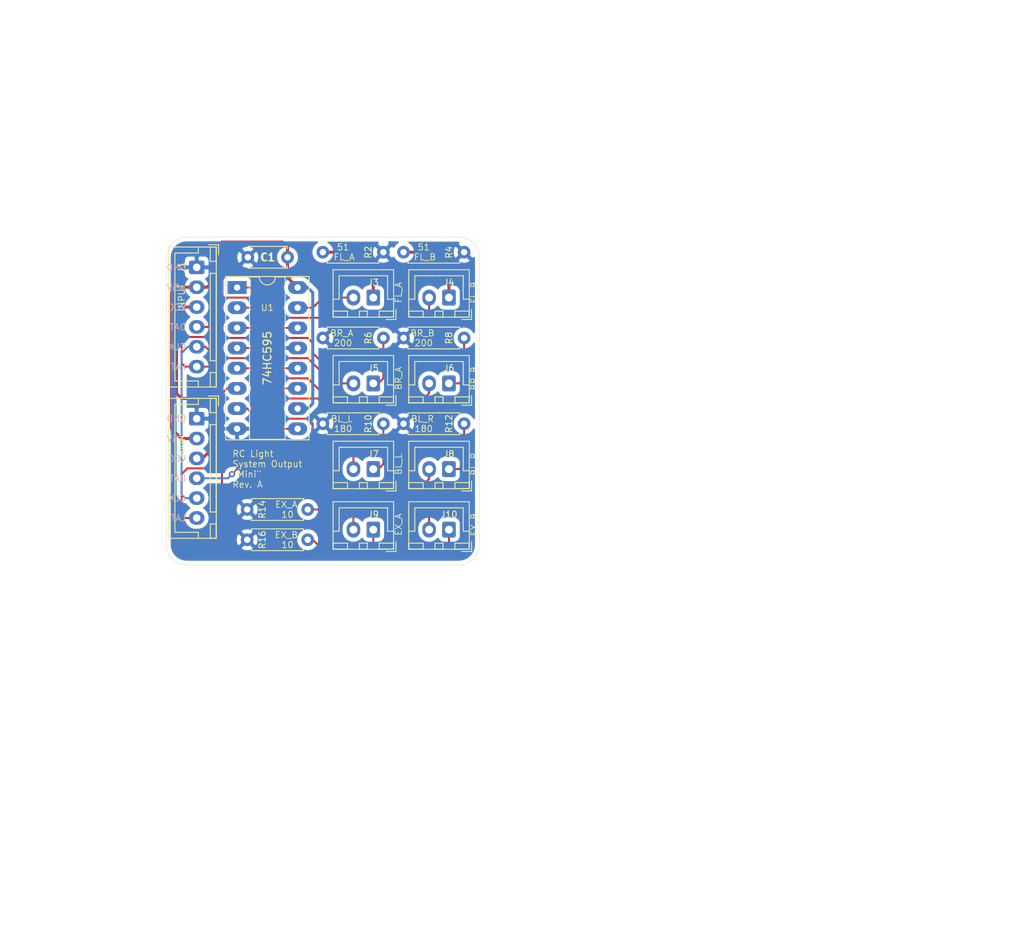
<source format=kicad_pcb>
(kicad_pcb (version 20171130) (host pcbnew "(5.1.8)-1")

  (general
    (thickness 1.6)
    (drawings 29)
    (tracks 154)
    (zones 0)
    (modules 20)
    (nets 24)
  )

  (page A4)
  (layers
    (0 F.Cu signal)
    (31 B.Cu signal)
    (32 B.Adhes user)
    (33 F.Adhes user)
    (34 B.Paste user)
    (35 F.Paste user)
    (36 B.SilkS user)
    (37 F.SilkS user)
    (38 B.Mask user)
    (39 F.Mask user)
    (40 Dwgs.User user)
    (41 Cmts.User user)
    (42 Eco1.User user)
    (43 Eco2.User user)
    (44 Edge.Cuts user)
    (45 Margin user)
    (46 B.CrtYd user)
    (47 F.CrtYd user)
    (48 B.Fab user)
    (49 F.Fab user)
  )

  (setup
    (last_trace_width 0.25)
    (trace_clearance 0.2)
    (zone_clearance 0.508)
    (zone_45_only no)
    (trace_min 0.2)
    (via_size 0.8)
    (via_drill 0.4)
    (via_min_size 0.4)
    (via_min_drill 0.3)
    (uvia_size 0.3)
    (uvia_drill 0.1)
    (uvias_allowed no)
    (uvia_min_size 0.2)
    (uvia_min_drill 0.1)
    (edge_width 0.05)
    (segment_width 0.2)
    (pcb_text_width 0.3)
    (pcb_text_size 1.5 1.5)
    (mod_edge_width 0.12)
    (mod_text_size 1 1)
    (mod_text_width 0.15)
    (pad_size 1.524 1.524)
    (pad_drill 0.762)
    (pad_to_mask_clearance 0)
    (aux_axis_origin 0 0)
    (visible_elements 7FFFFFFF)
    (pcbplotparams
      (layerselection 0x011fc_ffffffff)
      (usegerberextensions true)
      (usegerberattributes false)
      (usegerberadvancedattributes false)
      (creategerberjobfile false)
      (excludeedgelayer true)
      (linewidth 0.100000)
      (plotframeref false)
      (viasonmask false)
      (mode 1)
      (useauxorigin false)
      (hpglpennumber 1)
      (hpglpenspeed 20)
      (hpglpendiameter 15.000000)
      (psnegative false)
      (psa4output false)
      (plotreference true)
      (plotvalue true)
      (plotinvisibletext false)
      (padsonsilk false)
      (subtractmaskfromsilk false)
      (outputformat 1)
      (mirror false)
      (drillshape 0)
      (scaleselection 1)
      (outputdirectory "export/"))
  )

  (net 0 "")
  (net 1 +5V)
  (net 2 GND)
  (net 3 /SER_LATCH)
  (net 4 /SER_CLK)
  (net 5 /SER_DATA)
  (net 6 VCC)
  (net 7 "Net-(J2-Pad4)")
  (net 8 "Net-(J3-Pad1)")
  (net 9 "Net-(J4-Pad1)")
  (net 10 "Net-(J5-Pad1)")
  (net 11 "Net-(J6-Pad1)")
  (net 12 "Net-(J7-Pad1)")
  (net 13 "Net-(J8-Pad1)")
  (net 14 "Net-(J9-Pad1)")
  (net 15 "Net-(J10-Pad1)")
  (net 16 FL_A)
  (net 17 FL_B)
  (net 18 BR_A)
  (net 19 BR_B)
  (net 20 BL_L)
  (net 21 BL_R)
  (net 22 EX_A)
  (net 23 EX_B)

  (net_class Default "This is the default net class."
    (clearance 0.2)
    (trace_width 0.25)
    (via_dia 0.8)
    (via_drill 0.4)
    (uvia_dia 0.3)
    (uvia_drill 0.1)
    (add_net /SER_CLK)
    (add_net /SER_DATA)
    (add_net /SER_LATCH)
    (add_net BL_L)
    (add_net BL_R)
    (add_net BR_A)
    (add_net BR_B)
    (add_net EX_A)
    (add_net EX_B)
    (add_net FL_A)
    (add_net FL_B)
    (add_net "Net-(J10-Pad1)")
    (add_net "Net-(J2-Pad4)")
    (add_net "Net-(J3-Pad1)")
    (add_net "Net-(J5-Pad1)")
    (add_net "Net-(J6-Pad1)")
    (add_net "Net-(J7-Pad1)")
    (add_net "Net-(J8-Pad1)")
    (add_net "Net-(J9-Pad1)")
  )

  (net_class Power ""
    (clearance 0.2)
    (trace_width 0.381)
    (via_dia 0.9)
    (via_drill 0.4)
    (uvia_dia 0.3)
    (uvia_drill 0.1)
    (add_net +5V)
    (add_net GND)
    (add_net "Net-(J4-Pad1)")
    (add_net VCC)
  )

  (module Capacitor_THT:C_Disc_D4.7mm_W2.5mm_P5.00mm (layer F.Cu) (tedit 5AE50EF0) (tstamp 64D5DA12)
    (at 78.74 83.82 180)
    (descr "C, Disc series, Radial, pin pitch=5.00mm, , diameter*width=4.7*2.5mm^2, Capacitor, http://www.vishay.com/docs/45233/krseries.pdf")
    (tags "C Disc series Radial pin pitch 5.00mm  diameter 4.7mm width 2.5mm Capacitor")
    (path /64D42668)
    (fp_text reference C1 (at 2.5 0) (layer F.SilkS)
      (effects (font (size 1 1) (thickness 0.15)))
    )
    (fp_text value 100nF (at -1.905 0 90) (layer F.Fab)
      (effects (font (size 0.8 0.8) (thickness 0.1)))
    )
    (fp_line (start 6.05 -1.5) (end -1.05 -1.5) (layer F.CrtYd) (width 0.05))
    (fp_line (start 6.05 1.5) (end 6.05 -1.5) (layer F.CrtYd) (width 0.05))
    (fp_line (start -1.05 1.5) (end 6.05 1.5) (layer F.CrtYd) (width 0.05))
    (fp_line (start -1.05 -1.5) (end -1.05 1.5) (layer F.CrtYd) (width 0.05))
    (fp_line (start 4.97 1.055) (end 4.97 1.37) (layer F.SilkS) (width 0.12))
    (fp_line (start 4.97 -1.37) (end 4.97 -1.055) (layer F.SilkS) (width 0.12))
    (fp_line (start 0.03 1.055) (end 0.03 1.37) (layer F.SilkS) (width 0.12))
    (fp_line (start 0.03 -1.37) (end 0.03 -1.055) (layer F.SilkS) (width 0.12))
    (fp_line (start 0.03 1.37) (end 4.97 1.37) (layer F.SilkS) (width 0.12))
    (fp_line (start 0.03 -1.37) (end 4.97 -1.37) (layer F.SilkS) (width 0.12))
    (fp_line (start 4.85 -1.25) (end 0.15 -1.25) (layer F.Fab) (width 0.1))
    (fp_line (start 4.85 1.25) (end 4.85 -1.25) (layer F.Fab) (width 0.1))
    (fp_line (start 0.15 1.25) (end 4.85 1.25) (layer F.Fab) (width 0.1))
    (fp_line (start 0.15 -1.25) (end 0.15 1.25) (layer F.Fab) (width 0.1))
    (fp_text user %R (at 2.5 0) (layer F.SilkS)
      (effects (font (size 0.94 0.8) (thickness 0.141)))
    )
    (pad 1 thru_hole circle (at 0 0 180) (size 1.6 1.6) (drill 0.8) (layers *.Cu *.Mask)
      (net 1 +5V))
    (pad 2 thru_hole circle (at 5 0 180) (size 1.6 1.6) (drill 0.8) (layers *.Cu *.Mask)
      (net 2 GND))
    (model ${KISYS3DMOD}/Capacitor_THT.3dshapes/C_Disc_D4.7mm_W2.5mm_P5.00mm.wrl
      (at (xyz 0 0 0))
      (scale (xyz 1 1 1))
      (rotate (xyz 0 0 0))
    )
  )

  (module Connector_JST:JST_XH_B6B-XH-A_1x06_P2.50mm_Vertical (layer F.Cu) (tedit 5C28146C) (tstamp 64D5DA3F)
    (at 67.31 85.09 270)
    (descr "JST XH series connector, B6B-XH-A (http://www.jst-mfg.com/product/pdf/eng/eXH.pdf), generated with kicad-footprint-generator")
    (tags "connector JST XH vertical")
    (path /64D5880E)
    (fp_text reference J1 (at 0 1.905 90) (layer F.SilkS)
      (effects (font (size 0.8 0.8) (thickness 0.1)))
    )
    (fp_text value INPUT (at 3.81 1.905 90) (layer F.SilkS)
      (effects (font (size 0.8 0.8) (thickness 0.1)))
    )
    (fp_line (start -2.45 -2.35) (end -2.45 3.4) (layer F.Fab) (width 0.1))
    (fp_line (start -2.45 3.4) (end 14.95 3.4) (layer F.Fab) (width 0.1))
    (fp_line (start 14.95 3.4) (end 14.95 -2.35) (layer F.Fab) (width 0.1))
    (fp_line (start 14.95 -2.35) (end -2.45 -2.35) (layer F.Fab) (width 0.1))
    (fp_line (start -2.56 -2.46) (end -2.56 3.51) (layer F.SilkS) (width 0.12))
    (fp_line (start -2.56 3.51) (end 15.06 3.51) (layer F.SilkS) (width 0.12))
    (fp_line (start 15.06 3.51) (end 15.06 -2.46) (layer F.SilkS) (width 0.12))
    (fp_line (start 15.06 -2.46) (end -2.56 -2.46) (layer F.SilkS) (width 0.12))
    (fp_line (start -2.95 -2.85) (end -2.95 3.9) (layer F.CrtYd) (width 0.05))
    (fp_line (start -2.95 3.9) (end 15.45 3.9) (layer F.CrtYd) (width 0.05))
    (fp_line (start 15.45 3.9) (end 15.45 -2.85) (layer F.CrtYd) (width 0.05))
    (fp_line (start 15.45 -2.85) (end -2.95 -2.85) (layer F.CrtYd) (width 0.05))
    (fp_line (start -0.625 -2.35) (end 0 -1.35) (layer F.Fab) (width 0.1))
    (fp_line (start 0 -1.35) (end 0.625 -2.35) (layer F.Fab) (width 0.1))
    (fp_line (start 0.75 -2.45) (end 0.75 -1.7) (layer F.SilkS) (width 0.12))
    (fp_line (start 0.75 -1.7) (end 11.75 -1.7) (layer F.SilkS) (width 0.12))
    (fp_line (start 11.75 -1.7) (end 11.75 -2.45) (layer F.SilkS) (width 0.12))
    (fp_line (start 11.75 -2.45) (end 0.75 -2.45) (layer F.SilkS) (width 0.12))
    (fp_line (start -2.55 -2.45) (end -2.55 -1.7) (layer F.SilkS) (width 0.12))
    (fp_line (start -2.55 -1.7) (end -0.75 -1.7) (layer F.SilkS) (width 0.12))
    (fp_line (start -0.75 -1.7) (end -0.75 -2.45) (layer F.SilkS) (width 0.12))
    (fp_line (start -0.75 -2.45) (end -2.55 -2.45) (layer F.SilkS) (width 0.12))
    (fp_line (start 13.25 -2.45) (end 13.25 -1.7) (layer F.SilkS) (width 0.12))
    (fp_line (start 13.25 -1.7) (end 15.05 -1.7) (layer F.SilkS) (width 0.12))
    (fp_line (start 15.05 -1.7) (end 15.05 -2.45) (layer F.SilkS) (width 0.12))
    (fp_line (start 15.05 -2.45) (end 13.25 -2.45) (layer F.SilkS) (width 0.12))
    (fp_line (start -2.55 -0.2) (end -1.8 -0.2) (layer F.SilkS) (width 0.12))
    (fp_line (start -1.8 -0.2) (end -1.8 2.75) (layer F.SilkS) (width 0.12))
    (fp_line (start -1.8 2.75) (end 6.25 2.75) (layer F.SilkS) (width 0.12))
    (fp_line (start 15.05 -0.2) (end 14.3 -0.2) (layer F.SilkS) (width 0.12))
    (fp_line (start 14.3 -0.2) (end 14.3 2.75) (layer F.SilkS) (width 0.12))
    (fp_line (start 14.3 2.75) (end 6.25 2.75) (layer F.SilkS) (width 0.12))
    (fp_line (start -1.6 -2.75) (end -2.85 -2.75) (layer F.SilkS) (width 0.12))
    (fp_line (start -2.85 -2.75) (end -2.85 -1.5) (layer F.SilkS) (width 0.12))
    (fp_text user %R (at 0 1.905 90) (layer F.SilkS)
      (effects (font (size 0.8 0.8) (thickness 0.1)))
    )
    (pad 6 thru_hole oval (at 12.5 0 270) (size 1.7 1.95) (drill 0.95) (layers *.Cu *.Mask)
      (net 3 /SER_LATCH))
    (pad 5 thru_hole oval (at 10 0 270) (size 1.7 1.95) (drill 0.95) (layers *.Cu *.Mask)
      (net 4 /SER_CLK))
    (pad 4 thru_hole oval (at 7.5 0 270) (size 1.7 1.95) (drill 0.95) (layers *.Cu *.Mask)
      (net 5 /SER_DATA))
    (pad 3 thru_hole oval (at 5 0 270) (size 1.7 1.95) (drill 0.95) (layers *.Cu *.Mask)
      (net 6 VCC))
    (pad 2 thru_hole oval (at 2.5 0 270) (size 1.7 1.95) (drill 0.95) (layers *.Cu *.Mask)
      (net 1 +5V))
    (pad 1 thru_hole roundrect (at 0 0 270) (size 1.7 1.95) (drill 0.95) (layers *.Cu *.Mask) (roundrect_rratio 0.1470588235294118)
      (net 2 GND))
    (model ${KISYS3DMOD}/Connector_JST.3dshapes/JST_XH_B6B-XH-A_1x06_P2.50mm_Vertical.wrl
      (at (xyz 0 0 0))
      (scale (xyz 1 1 1))
      (rotate (xyz 0 0 0))
    )
  )

  (module Connector_JST:JST_XH_B6B-XH-A_1x06_P2.50mm_Vertical (layer F.Cu) (tedit 5C28146C) (tstamp 64D5DA6C)
    (at 67.31 104.14 270)
    (descr "JST XH series connector, B6B-XH-A (http://www.jst-mfg.com/product/pdf/eng/eXH.pdf), generated with kicad-footprint-generator")
    (tags "connector JST XH vertical")
    (path /64D5BE1E)
    (fp_text reference J2 (at 0 1.905 90) (layer F.SilkS)
      (effects (font (size 0.8 0.8) (thickness 0.1)))
    )
    (fp_text value CHAIN (at 3.81 1.905 90) (layer F.SilkS)
      (effects (font (size 0.8 0.8) (thickness 0.1)))
    )
    (fp_line (start -2.85 -2.75) (end -2.85 -1.5) (layer F.SilkS) (width 0.12))
    (fp_line (start -1.6 -2.75) (end -2.85 -2.75) (layer F.SilkS) (width 0.12))
    (fp_line (start 14.3 2.75) (end 6.25 2.75) (layer F.SilkS) (width 0.12))
    (fp_line (start 14.3 -0.2) (end 14.3 2.75) (layer F.SilkS) (width 0.12))
    (fp_line (start 15.05 -0.2) (end 14.3 -0.2) (layer F.SilkS) (width 0.12))
    (fp_line (start -1.8 2.75) (end 6.25 2.75) (layer F.SilkS) (width 0.12))
    (fp_line (start -1.8 -0.2) (end -1.8 2.75) (layer F.SilkS) (width 0.12))
    (fp_line (start -2.55 -0.2) (end -1.8 -0.2) (layer F.SilkS) (width 0.12))
    (fp_line (start 15.05 -2.45) (end 13.25 -2.45) (layer F.SilkS) (width 0.12))
    (fp_line (start 15.05 -1.7) (end 15.05 -2.45) (layer F.SilkS) (width 0.12))
    (fp_line (start 13.25 -1.7) (end 15.05 -1.7) (layer F.SilkS) (width 0.12))
    (fp_line (start 13.25 -2.45) (end 13.25 -1.7) (layer F.SilkS) (width 0.12))
    (fp_line (start -0.75 -2.45) (end -2.55 -2.45) (layer F.SilkS) (width 0.12))
    (fp_line (start -0.75 -1.7) (end -0.75 -2.45) (layer F.SilkS) (width 0.12))
    (fp_line (start -2.55 -1.7) (end -0.75 -1.7) (layer F.SilkS) (width 0.12))
    (fp_line (start -2.55 -2.45) (end -2.55 -1.7) (layer F.SilkS) (width 0.12))
    (fp_line (start 11.75 -2.45) (end 0.75 -2.45) (layer F.SilkS) (width 0.12))
    (fp_line (start 11.75 -1.7) (end 11.75 -2.45) (layer F.SilkS) (width 0.12))
    (fp_line (start 0.75 -1.7) (end 11.75 -1.7) (layer F.SilkS) (width 0.12))
    (fp_line (start 0.75 -2.45) (end 0.75 -1.7) (layer F.SilkS) (width 0.12))
    (fp_line (start 0 -1.35) (end 0.625 -2.35) (layer F.Fab) (width 0.1))
    (fp_line (start -0.625 -2.35) (end 0 -1.35) (layer F.Fab) (width 0.1))
    (fp_line (start 15.45 -2.85) (end -2.95 -2.85) (layer F.CrtYd) (width 0.05))
    (fp_line (start 15.45 3.9) (end 15.45 -2.85) (layer F.CrtYd) (width 0.05))
    (fp_line (start -2.95 3.9) (end 15.45 3.9) (layer F.CrtYd) (width 0.05))
    (fp_line (start -2.95 -2.85) (end -2.95 3.9) (layer F.CrtYd) (width 0.05))
    (fp_line (start 15.06 -2.46) (end -2.56 -2.46) (layer F.SilkS) (width 0.12))
    (fp_line (start 15.06 3.51) (end 15.06 -2.46) (layer F.SilkS) (width 0.12))
    (fp_line (start -2.56 3.51) (end 15.06 3.51) (layer F.SilkS) (width 0.12))
    (fp_line (start -2.56 -2.46) (end -2.56 3.51) (layer F.SilkS) (width 0.12))
    (fp_line (start 14.95 -2.35) (end -2.45 -2.35) (layer F.Fab) (width 0.1))
    (fp_line (start 14.95 3.4) (end 14.95 -2.35) (layer F.Fab) (width 0.1))
    (fp_line (start -2.45 3.4) (end 14.95 3.4) (layer F.Fab) (width 0.1))
    (fp_line (start -2.45 -2.35) (end -2.45 3.4) (layer F.Fab) (width 0.1))
    (fp_text user %R (at 0 1.905 90) (layer F.SilkS)
      (effects (font (size 0.8 0.8) (thickness 0.1)))
    )
    (pad 1 thru_hole roundrect (at 0 0 270) (size 1.7 1.95) (drill 0.95) (layers *.Cu *.Mask) (roundrect_rratio 0.1470588235294118)
      (net 2 GND))
    (pad 2 thru_hole oval (at 2.5 0 270) (size 1.7 1.95) (drill 0.95) (layers *.Cu *.Mask)
      (net 1 +5V))
    (pad 3 thru_hole oval (at 5 0 270) (size 1.7 1.95) (drill 0.95) (layers *.Cu *.Mask)
      (net 6 VCC))
    (pad 4 thru_hole oval (at 7.5 0 270) (size 1.7 1.95) (drill 0.95) (layers *.Cu *.Mask)
      (net 7 "Net-(J2-Pad4)"))
    (pad 5 thru_hole oval (at 10 0 270) (size 1.7 1.95) (drill 0.95) (layers *.Cu *.Mask)
      (net 4 /SER_CLK))
    (pad 6 thru_hole oval (at 12.5 0 270) (size 1.7 1.95) (drill 0.95) (layers *.Cu *.Mask)
      (net 3 /SER_LATCH))
    (model ${KISYS3DMOD}/Connector_JST.3dshapes/JST_XH_B6B-XH-A_1x06_P2.50mm_Vertical.wrl
      (at (xyz 0 0 0))
      (scale (xyz 1 1 1))
      (rotate (xyz 0 0 0))
    )
  )

  (module Connector_JST:JST_XH_B2B-XH-A_1x02_P2.50mm_Vertical (layer F.Cu) (tedit 5C28146C) (tstamp 64D64421)
    (at 89.535 88.9 180)
    (descr "JST XH series connector, B2B-XH-A (http://www.jst-mfg.com/product/pdf/eng/eXH.pdf), generated with kicad-footprint-generator")
    (tags "connector JST XH vertical")
    (path /64E3CE93/64E4897F)
    (fp_text reference J3 (at 0 1.905) (layer F.SilkS)
      (effects (font (size 0.8 0.8) (thickness 0.1)))
    )
    (fp_text value FL_A (at -3.175 0.635 270) (layer F.SilkS)
      (effects (font (size 0.8 0.8) (thickness 0.1)))
    )
    (fp_line (start -2.45 -2.35) (end -2.45 3.4) (layer F.Fab) (width 0.1))
    (fp_line (start -2.45 3.4) (end 4.95 3.4) (layer F.Fab) (width 0.1))
    (fp_line (start 4.95 3.4) (end 4.95 -2.35) (layer F.Fab) (width 0.1))
    (fp_line (start 4.95 -2.35) (end -2.45 -2.35) (layer F.Fab) (width 0.1))
    (fp_line (start -2.56 -2.46) (end -2.56 3.51) (layer F.SilkS) (width 0.12))
    (fp_line (start -2.56 3.51) (end 5.06 3.51) (layer F.SilkS) (width 0.12))
    (fp_line (start 5.06 3.51) (end 5.06 -2.46) (layer F.SilkS) (width 0.12))
    (fp_line (start 5.06 -2.46) (end -2.56 -2.46) (layer F.SilkS) (width 0.12))
    (fp_line (start -2.95 -2.85) (end -2.95 3.9) (layer F.CrtYd) (width 0.05))
    (fp_line (start -2.95 3.9) (end 5.45 3.9) (layer F.CrtYd) (width 0.05))
    (fp_line (start 5.45 3.9) (end 5.45 -2.85) (layer F.CrtYd) (width 0.05))
    (fp_line (start 5.45 -2.85) (end -2.95 -2.85) (layer F.CrtYd) (width 0.05))
    (fp_line (start -0.625 -2.35) (end 0 -1.35) (layer F.Fab) (width 0.1))
    (fp_line (start 0 -1.35) (end 0.625 -2.35) (layer F.Fab) (width 0.1))
    (fp_line (start 0.75 -2.45) (end 0.75 -1.7) (layer F.SilkS) (width 0.12))
    (fp_line (start 0.75 -1.7) (end 1.75 -1.7) (layer F.SilkS) (width 0.12))
    (fp_line (start 1.75 -1.7) (end 1.75 -2.45) (layer F.SilkS) (width 0.12))
    (fp_line (start 1.75 -2.45) (end 0.75 -2.45) (layer F.SilkS) (width 0.12))
    (fp_line (start -2.55 -2.45) (end -2.55 -1.7) (layer F.SilkS) (width 0.12))
    (fp_line (start -2.55 -1.7) (end -0.75 -1.7) (layer F.SilkS) (width 0.12))
    (fp_line (start -0.75 -1.7) (end -0.75 -2.45) (layer F.SilkS) (width 0.12))
    (fp_line (start -0.75 -2.45) (end -2.55 -2.45) (layer F.SilkS) (width 0.12))
    (fp_line (start 3.25 -2.45) (end 3.25 -1.7) (layer F.SilkS) (width 0.12))
    (fp_line (start 3.25 -1.7) (end 5.05 -1.7) (layer F.SilkS) (width 0.12))
    (fp_line (start 5.05 -1.7) (end 5.05 -2.45) (layer F.SilkS) (width 0.12))
    (fp_line (start 5.05 -2.45) (end 3.25 -2.45) (layer F.SilkS) (width 0.12))
    (fp_line (start -2.55 -0.2) (end -1.8 -0.2) (layer F.SilkS) (width 0.12))
    (fp_line (start -1.8 -0.2) (end -1.8 2.75) (layer F.SilkS) (width 0.12))
    (fp_line (start -1.8 2.75) (end 1.25 2.75) (layer F.SilkS) (width 0.12))
    (fp_line (start 5.05 -0.2) (end 4.3 -0.2) (layer F.SilkS) (width 0.12))
    (fp_line (start 4.3 -0.2) (end 4.3 2.75) (layer F.SilkS) (width 0.12))
    (fp_line (start 4.3 2.75) (end 1.25 2.75) (layer F.SilkS) (width 0.12))
    (fp_line (start -1.6 -2.75) (end -2.85 -2.75) (layer F.SilkS) (width 0.12))
    (fp_line (start -2.85 -2.75) (end -2.85 -1.5) (layer F.SilkS) (width 0.12))
    (fp_text user %R (at 0 1.905) (layer F.SilkS)
      (effects (font (size 0.8 0.8) (thickness 0.1)))
    )
    (pad 2 thru_hole oval (at 2.5 0 180) (size 1.7 2) (drill 1) (layers *.Cu *.Mask)
      (net 16 FL_A))
    (pad 1 thru_hole roundrect (at 0 0 180) (size 1.7 2) (drill 1) (layers *.Cu *.Mask) (roundrect_rratio 0.1470588235294118)
      (net 8 "Net-(J3-Pad1)"))
    (model ${KISYS3DMOD}/Connector_JST.3dshapes/JST_XH_B2B-XH-A_1x02_P2.50mm_Vertical.wrl
      (at (xyz 0 0 0))
      (scale (xyz 1 1 1))
      (rotate (xyz 0 0 0))
    )
  )

  (module Connector_JST:JST_XH_B2B-XH-A_1x02_P2.50mm_Vertical (layer F.Cu) (tedit 5C28146C) (tstamp 64D643A9)
    (at 99.06 88.9 180)
    (descr "JST XH series connector, B2B-XH-A (http://www.jst-mfg.com/product/pdf/eng/eXH.pdf), generated with kicad-footprint-generator")
    (tags "connector JST XH vertical")
    (path /64E3CE93/64E489AB)
    (fp_text reference J4 (at 0 1.905) (layer F.SilkS)
      (effects (font (size 0.8 0.8) (thickness 0.1)))
    )
    (fp_text value FL_B (at -3.175 0.635 270) (layer F.SilkS)
      (effects (font (size 0.8 0.8) (thickness 0.1)))
    )
    (fp_line (start -2.85 -2.75) (end -2.85 -1.5) (layer F.SilkS) (width 0.12))
    (fp_line (start -1.6 -2.75) (end -2.85 -2.75) (layer F.SilkS) (width 0.12))
    (fp_line (start 4.3 2.75) (end 1.25 2.75) (layer F.SilkS) (width 0.12))
    (fp_line (start 4.3 -0.2) (end 4.3 2.75) (layer F.SilkS) (width 0.12))
    (fp_line (start 5.05 -0.2) (end 4.3 -0.2) (layer F.SilkS) (width 0.12))
    (fp_line (start -1.8 2.75) (end 1.25 2.75) (layer F.SilkS) (width 0.12))
    (fp_line (start -1.8 -0.2) (end -1.8 2.75) (layer F.SilkS) (width 0.12))
    (fp_line (start -2.55 -0.2) (end -1.8 -0.2) (layer F.SilkS) (width 0.12))
    (fp_line (start 5.05 -2.45) (end 3.25 -2.45) (layer F.SilkS) (width 0.12))
    (fp_line (start 5.05 -1.7) (end 5.05 -2.45) (layer F.SilkS) (width 0.12))
    (fp_line (start 3.25 -1.7) (end 5.05 -1.7) (layer F.SilkS) (width 0.12))
    (fp_line (start 3.25 -2.45) (end 3.25 -1.7) (layer F.SilkS) (width 0.12))
    (fp_line (start -0.75 -2.45) (end -2.55 -2.45) (layer F.SilkS) (width 0.12))
    (fp_line (start -0.75 -1.7) (end -0.75 -2.45) (layer F.SilkS) (width 0.12))
    (fp_line (start -2.55 -1.7) (end -0.75 -1.7) (layer F.SilkS) (width 0.12))
    (fp_line (start -2.55 -2.45) (end -2.55 -1.7) (layer F.SilkS) (width 0.12))
    (fp_line (start 1.75 -2.45) (end 0.75 -2.45) (layer F.SilkS) (width 0.12))
    (fp_line (start 1.75 -1.7) (end 1.75 -2.45) (layer F.SilkS) (width 0.12))
    (fp_line (start 0.75 -1.7) (end 1.75 -1.7) (layer F.SilkS) (width 0.12))
    (fp_line (start 0.75 -2.45) (end 0.75 -1.7) (layer F.SilkS) (width 0.12))
    (fp_line (start 0 -1.35) (end 0.625 -2.35) (layer F.Fab) (width 0.1))
    (fp_line (start -0.625 -2.35) (end 0 -1.35) (layer F.Fab) (width 0.1))
    (fp_line (start 5.45 -2.85) (end -2.95 -2.85) (layer F.CrtYd) (width 0.05))
    (fp_line (start 5.45 3.9) (end 5.45 -2.85) (layer F.CrtYd) (width 0.05))
    (fp_line (start -2.95 3.9) (end 5.45 3.9) (layer F.CrtYd) (width 0.05))
    (fp_line (start -2.95 -2.85) (end -2.95 3.9) (layer F.CrtYd) (width 0.05))
    (fp_line (start 5.06 -2.46) (end -2.56 -2.46) (layer F.SilkS) (width 0.12))
    (fp_line (start 5.06 3.51) (end 5.06 -2.46) (layer F.SilkS) (width 0.12))
    (fp_line (start -2.56 3.51) (end 5.06 3.51) (layer F.SilkS) (width 0.12))
    (fp_line (start -2.56 -2.46) (end -2.56 3.51) (layer F.SilkS) (width 0.12))
    (fp_line (start 4.95 -2.35) (end -2.45 -2.35) (layer F.Fab) (width 0.1))
    (fp_line (start 4.95 3.4) (end 4.95 -2.35) (layer F.Fab) (width 0.1))
    (fp_line (start -2.45 3.4) (end 4.95 3.4) (layer F.Fab) (width 0.1))
    (fp_line (start -2.45 -2.35) (end -2.45 3.4) (layer F.Fab) (width 0.1))
    (fp_text user %R (at 0 1.905) (layer F.SilkS)
      (effects (font (size 0.8 0.8) (thickness 0.1)))
    )
    (pad 1 thru_hole roundrect (at 0 0 180) (size 1.7 2) (drill 1) (layers *.Cu *.Mask) (roundrect_rratio 0.1470588235294118)
      (net 9 "Net-(J4-Pad1)"))
    (pad 2 thru_hole oval (at 2.5 0 180) (size 1.7 2) (drill 1) (layers *.Cu *.Mask)
      (net 17 FL_B))
    (model ${KISYS3DMOD}/Connector_JST.3dshapes/JST_XH_B2B-XH-A_1x02_P2.50mm_Vertical.wrl
      (at (xyz 0 0 0))
      (scale (xyz 1 1 1))
      (rotate (xyz 0 0 0))
    )
  )

  (module Connector_JST:JST_XH_B2B-XH-A_1x02_P2.50mm_Vertical (layer F.Cu) (tedit 5C28146C) (tstamp 64D5DAE7)
    (at 89.535 99.695 180)
    (descr "JST XH series connector, B2B-XH-A (http://www.jst-mfg.com/product/pdf/eng/eXH.pdf), generated with kicad-footprint-generator")
    (tags "connector JST XH vertical")
    (path /64E3CE93/64E6F072)
    (fp_text reference J5 (at 0 1.905) (layer F.SilkS)
      (effects (font (size 0.8 0.8) (thickness 0.1)))
    )
    (fp_text value BR_A (at -3.175 0.635 270) (layer F.SilkS)
      (effects (font (size 0.8 0.8) (thickness 0.1)))
    )
    (fp_line (start -2.45 -2.35) (end -2.45 3.4) (layer F.Fab) (width 0.1))
    (fp_line (start -2.45 3.4) (end 4.95 3.4) (layer F.Fab) (width 0.1))
    (fp_line (start 4.95 3.4) (end 4.95 -2.35) (layer F.Fab) (width 0.1))
    (fp_line (start 4.95 -2.35) (end -2.45 -2.35) (layer F.Fab) (width 0.1))
    (fp_line (start -2.56 -2.46) (end -2.56 3.51) (layer F.SilkS) (width 0.12))
    (fp_line (start -2.56 3.51) (end 5.06 3.51) (layer F.SilkS) (width 0.12))
    (fp_line (start 5.06 3.51) (end 5.06 -2.46) (layer F.SilkS) (width 0.12))
    (fp_line (start 5.06 -2.46) (end -2.56 -2.46) (layer F.SilkS) (width 0.12))
    (fp_line (start -2.95 -2.85) (end -2.95 3.9) (layer F.CrtYd) (width 0.05))
    (fp_line (start -2.95 3.9) (end 5.45 3.9) (layer F.CrtYd) (width 0.05))
    (fp_line (start 5.45 3.9) (end 5.45 -2.85) (layer F.CrtYd) (width 0.05))
    (fp_line (start 5.45 -2.85) (end -2.95 -2.85) (layer F.CrtYd) (width 0.05))
    (fp_line (start -0.625 -2.35) (end 0 -1.35) (layer F.Fab) (width 0.1))
    (fp_line (start 0 -1.35) (end 0.625 -2.35) (layer F.Fab) (width 0.1))
    (fp_line (start 0.75 -2.45) (end 0.75 -1.7) (layer F.SilkS) (width 0.12))
    (fp_line (start 0.75 -1.7) (end 1.75 -1.7) (layer F.SilkS) (width 0.12))
    (fp_line (start 1.75 -1.7) (end 1.75 -2.45) (layer F.SilkS) (width 0.12))
    (fp_line (start 1.75 -2.45) (end 0.75 -2.45) (layer F.SilkS) (width 0.12))
    (fp_line (start -2.55 -2.45) (end -2.55 -1.7) (layer F.SilkS) (width 0.12))
    (fp_line (start -2.55 -1.7) (end -0.75 -1.7) (layer F.SilkS) (width 0.12))
    (fp_line (start -0.75 -1.7) (end -0.75 -2.45) (layer F.SilkS) (width 0.12))
    (fp_line (start -0.75 -2.45) (end -2.55 -2.45) (layer F.SilkS) (width 0.12))
    (fp_line (start 3.25 -2.45) (end 3.25 -1.7) (layer F.SilkS) (width 0.12))
    (fp_line (start 3.25 -1.7) (end 5.05 -1.7) (layer F.SilkS) (width 0.12))
    (fp_line (start 5.05 -1.7) (end 5.05 -2.45) (layer F.SilkS) (width 0.12))
    (fp_line (start 5.05 -2.45) (end 3.25 -2.45) (layer F.SilkS) (width 0.12))
    (fp_line (start -2.55 -0.2) (end -1.8 -0.2) (layer F.SilkS) (width 0.12))
    (fp_line (start -1.8 -0.2) (end -1.8 2.75) (layer F.SilkS) (width 0.12))
    (fp_line (start -1.8 2.75) (end 1.25 2.75) (layer F.SilkS) (width 0.12))
    (fp_line (start 5.05 -0.2) (end 4.3 -0.2) (layer F.SilkS) (width 0.12))
    (fp_line (start 4.3 -0.2) (end 4.3 2.75) (layer F.SilkS) (width 0.12))
    (fp_line (start 4.3 2.75) (end 1.25 2.75) (layer F.SilkS) (width 0.12))
    (fp_line (start -1.6 -2.75) (end -2.85 -2.75) (layer F.SilkS) (width 0.12))
    (fp_line (start -2.85 -2.75) (end -2.85 -1.5) (layer F.SilkS) (width 0.12))
    (fp_text user %R (at 0 1.905) (layer F.SilkS)
      (effects (font (size 0.8 0.8) (thickness 0.1)))
    )
    (pad 2 thru_hole oval (at 2.5 0 180) (size 1.7 2) (drill 1) (layers *.Cu *.Mask)
      (net 18 BR_A))
    (pad 1 thru_hole roundrect (at 0 0 180) (size 1.7 2) (drill 1) (layers *.Cu *.Mask) (roundrect_rratio 0.1470588235294118)
      (net 10 "Net-(J5-Pad1)"))
    (model ${KISYS3DMOD}/Connector_JST.3dshapes/JST_XH_B2B-XH-A_1x02_P2.50mm_Vertical.wrl
      (at (xyz 0 0 0))
      (scale (xyz 1 1 1))
      (rotate (xyz 0 0 0))
    )
  )

  (module Connector_JST:JST_XH_B2B-XH-A_1x02_P2.50mm_Vertical (layer F.Cu) (tedit 5C28146C) (tstamp 64D5DB10)
    (at 99.06 99.695 180)
    (descr "JST XH series connector, B2B-XH-A (http://www.jst-mfg.com/product/pdf/eng/eXH.pdf), generated with kicad-footprint-generator")
    (tags "connector JST XH vertical")
    (path /64E3CE93/64E6F09E)
    (fp_text reference J6 (at 0 1.905) (layer F.SilkS)
      (effects (font (size 0.8 0.8) (thickness 0.1)))
    )
    (fp_text value BR_B (at -3.175 0.635 270) (layer F.SilkS)
      (effects (font (size 0.8 0.8) (thickness 0.1)))
    )
    (fp_line (start -2.45 -2.35) (end -2.45 3.4) (layer F.Fab) (width 0.1))
    (fp_line (start -2.45 3.4) (end 4.95 3.4) (layer F.Fab) (width 0.1))
    (fp_line (start 4.95 3.4) (end 4.95 -2.35) (layer F.Fab) (width 0.1))
    (fp_line (start 4.95 -2.35) (end -2.45 -2.35) (layer F.Fab) (width 0.1))
    (fp_line (start -2.56 -2.46) (end -2.56 3.51) (layer F.SilkS) (width 0.12))
    (fp_line (start -2.56 3.51) (end 5.06 3.51) (layer F.SilkS) (width 0.12))
    (fp_line (start 5.06 3.51) (end 5.06 -2.46) (layer F.SilkS) (width 0.12))
    (fp_line (start 5.06 -2.46) (end -2.56 -2.46) (layer F.SilkS) (width 0.12))
    (fp_line (start -2.95 -2.85) (end -2.95 3.9) (layer F.CrtYd) (width 0.05))
    (fp_line (start -2.95 3.9) (end 5.45 3.9) (layer F.CrtYd) (width 0.05))
    (fp_line (start 5.45 3.9) (end 5.45 -2.85) (layer F.CrtYd) (width 0.05))
    (fp_line (start 5.45 -2.85) (end -2.95 -2.85) (layer F.CrtYd) (width 0.05))
    (fp_line (start -0.625 -2.35) (end 0 -1.35) (layer F.Fab) (width 0.1))
    (fp_line (start 0 -1.35) (end 0.625 -2.35) (layer F.Fab) (width 0.1))
    (fp_line (start 0.75 -2.45) (end 0.75 -1.7) (layer F.SilkS) (width 0.12))
    (fp_line (start 0.75 -1.7) (end 1.75 -1.7) (layer F.SilkS) (width 0.12))
    (fp_line (start 1.75 -1.7) (end 1.75 -2.45) (layer F.SilkS) (width 0.12))
    (fp_line (start 1.75 -2.45) (end 0.75 -2.45) (layer F.SilkS) (width 0.12))
    (fp_line (start -2.55 -2.45) (end -2.55 -1.7) (layer F.SilkS) (width 0.12))
    (fp_line (start -2.55 -1.7) (end -0.75 -1.7) (layer F.SilkS) (width 0.12))
    (fp_line (start -0.75 -1.7) (end -0.75 -2.45) (layer F.SilkS) (width 0.12))
    (fp_line (start -0.75 -2.45) (end -2.55 -2.45) (layer F.SilkS) (width 0.12))
    (fp_line (start 3.25 -2.45) (end 3.25 -1.7) (layer F.SilkS) (width 0.12))
    (fp_line (start 3.25 -1.7) (end 5.05 -1.7) (layer F.SilkS) (width 0.12))
    (fp_line (start 5.05 -1.7) (end 5.05 -2.45) (layer F.SilkS) (width 0.12))
    (fp_line (start 5.05 -2.45) (end 3.25 -2.45) (layer F.SilkS) (width 0.12))
    (fp_line (start -2.55 -0.2) (end -1.8 -0.2) (layer F.SilkS) (width 0.12))
    (fp_line (start -1.8 -0.2) (end -1.8 2.75) (layer F.SilkS) (width 0.12))
    (fp_line (start -1.8 2.75) (end 1.25 2.75) (layer F.SilkS) (width 0.12))
    (fp_line (start 5.05 -0.2) (end 4.3 -0.2) (layer F.SilkS) (width 0.12))
    (fp_line (start 4.3 -0.2) (end 4.3 2.75) (layer F.SilkS) (width 0.12))
    (fp_line (start 4.3 2.75) (end 1.25 2.75) (layer F.SilkS) (width 0.12))
    (fp_line (start -1.6 -2.75) (end -2.85 -2.75) (layer F.SilkS) (width 0.12))
    (fp_line (start -2.85 -2.75) (end -2.85 -1.5) (layer F.SilkS) (width 0.12))
    (fp_text user %R (at 0 1.905) (layer F.SilkS)
      (effects (font (size 0.8 0.8) (thickness 0.1)))
    )
    (pad 2 thru_hole oval (at 2.5 0 180) (size 1.7 2) (drill 1) (layers *.Cu *.Mask)
      (net 19 BR_B))
    (pad 1 thru_hole roundrect (at 0 0 180) (size 1.7 2) (drill 1) (layers *.Cu *.Mask) (roundrect_rratio 0.1470588235294118)
      (net 11 "Net-(J6-Pad1)"))
    (model ${KISYS3DMOD}/Connector_JST.3dshapes/JST_XH_B2B-XH-A_1x02_P2.50mm_Vertical.wrl
      (at (xyz 0 0 0))
      (scale (xyz 1 1 1))
      (rotate (xyz 0 0 0))
    )
  )

  (module Connector_JST:JST_XH_B2B-XH-A_1x02_P2.50mm_Vertical (layer F.Cu) (tedit 5C28146C) (tstamp 64D5DB39)
    (at 89.535 110.49 180)
    (descr "JST XH series connector, B2B-XH-A (http://www.jst-mfg.com/product/pdf/eng/eXH.pdf), generated with kicad-footprint-generator")
    (tags "connector JST XH vertical")
    (path /64E3CE93/64E9431B)
    (fp_text reference J7 (at 0 1.905) (layer F.SilkS)
      (effects (font (size 0.8 0.8) (thickness 0.1)))
    )
    (fp_text value BL_L (at -3.175 0.635 270) (layer F.SilkS)
      (effects (font (size 0.8 0.8) (thickness 0.1)))
    )
    (fp_line (start -2.85 -2.75) (end -2.85 -1.5) (layer F.SilkS) (width 0.12))
    (fp_line (start -1.6 -2.75) (end -2.85 -2.75) (layer F.SilkS) (width 0.12))
    (fp_line (start 4.3 2.75) (end 1.25 2.75) (layer F.SilkS) (width 0.12))
    (fp_line (start 4.3 -0.2) (end 4.3 2.75) (layer F.SilkS) (width 0.12))
    (fp_line (start 5.05 -0.2) (end 4.3 -0.2) (layer F.SilkS) (width 0.12))
    (fp_line (start -1.8 2.75) (end 1.25 2.75) (layer F.SilkS) (width 0.12))
    (fp_line (start -1.8 -0.2) (end -1.8 2.75) (layer F.SilkS) (width 0.12))
    (fp_line (start -2.55 -0.2) (end -1.8 -0.2) (layer F.SilkS) (width 0.12))
    (fp_line (start 5.05 -2.45) (end 3.25 -2.45) (layer F.SilkS) (width 0.12))
    (fp_line (start 5.05 -1.7) (end 5.05 -2.45) (layer F.SilkS) (width 0.12))
    (fp_line (start 3.25 -1.7) (end 5.05 -1.7) (layer F.SilkS) (width 0.12))
    (fp_line (start 3.25 -2.45) (end 3.25 -1.7) (layer F.SilkS) (width 0.12))
    (fp_line (start -0.75 -2.45) (end -2.55 -2.45) (layer F.SilkS) (width 0.12))
    (fp_line (start -0.75 -1.7) (end -0.75 -2.45) (layer F.SilkS) (width 0.12))
    (fp_line (start -2.55 -1.7) (end -0.75 -1.7) (layer F.SilkS) (width 0.12))
    (fp_line (start -2.55 -2.45) (end -2.55 -1.7) (layer F.SilkS) (width 0.12))
    (fp_line (start 1.75 -2.45) (end 0.75 -2.45) (layer F.SilkS) (width 0.12))
    (fp_line (start 1.75 -1.7) (end 1.75 -2.45) (layer F.SilkS) (width 0.12))
    (fp_line (start 0.75 -1.7) (end 1.75 -1.7) (layer F.SilkS) (width 0.12))
    (fp_line (start 0.75 -2.45) (end 0.75 -1.7) (layer F.SilkS) (width 0.12))
    (fp_line (start 0 -1.35) (end 0.625 -2.35) (layer F.Fab) (width 0.1))
    (fp_line (start -0.625 -2.35) (end 0 -1.35) (layer F.Fab) (width 0.1))
    (fp_line (start 5.45 -2.85) (end -2.95 -2.85) (layer F.CrtYd) (width 0.05))
    (fp_line (start 5.45 3.9) (end 5.45 -2.85) (layer F.CrtYd) (width 0.05))
    (fp_line (start -2.95 3.9) (end 5.45 3.9) (layer F.CrtYd) (width 0.05))
    (fp_line (start -2.95 -2.85) (end -2.95 3.9) (layer F.CrtYd) (width 0.05))
    (fp_line (start 5.06 -2.46) (end -2.56 -2.46) (layer F.SilkS) (width 0.12))
    (fp_line (start 5.06 3.51) (end 5.06 -2.46) (layer F.SilkS) (width 0.12))
    (fp_line (start -2.56 3.51) (end 5.06 3.51) (layer F.SilkS) (width 0.12))
    (fp_line (start -2.56 -2.46) (end -2.56 3.51) (layer F.SilkS) (width 0.12))
    (fp_line (start 4.95 -2.35) (end -2.45 -2.35) (layer F.Fab) (width 0.1))
    (fp_line (start 4.95 3.4) (end 4.95 -2.35) (layer F.Fab) (width 0.1))
    (fp_line (start -2.45 3.4) (end 4.95 3.4) (layer F.Fab) (width 0.1))
    (fp_line (start -2.45 -2.35) (end -2.45 3.4) (layer F.Fab) (width 0.1))
    (fp_text user %R (at 0 1.905) (layer F.SilkS)
      (effects (font (size 0.8 0.8) (thickness 0.1)))
    )
    (pad 1 thru_hole roundrect (at 0 0 180) (size 1.7 2) (drill 1) (layers *.Cu *.Mask) (roundrect_rratio 0.1470588235294118)
      (net 12 "Net-(J7-Pad1)"))
    (pad 2 thru_hole oval (at 2.5 0 180) (size 1.7 2) (drill 1) (layers *.Cu *.Mask)
      (net 20 BL_L))
    (model ${KISYS3DMOD}/Connector_JST.3dshapes/JST_XH_B2B-XH-A_1x02_P2.50mm_Vertical.wrl
      (at (xyz 0 0 0))
      (scale (xyz 1 1 1))
      (rotate (xyz 0 0 0))
    )
  )

  (module Connector_JST:JST_XH_B2B-XH-A_1x02_P2.50mm_Vertical (layer F.Cu) (tedit 5C28146C) (tstamp 64D5DB62)
    (at 99.06 110.49 180)
    (descr "JST XH series connector, B2B-XH-A (http://www.jst-mfg.com/product/pdf/eng/eXH.pdf), generated with kicad-footprint-generator")
    (tags "connector JST XH vertical")
    (path /64E3CE93/64E94347)
    (fp_text reference J8 (at 0 1.905) (layer F.SilkS)
      (effects (font (size 0.8 0.8) (thickness 0.1)))
    )
    (fp_text value BL_R (at -3.175 0.635 270) (layer F.SilkS)
      (effects (font (size 0.8 0.8) (thickness 0.1)))
    )
    (fp_line (start -2.45 -2.35) (end -2.45 3.4) (layer F.Fab) (width 0.1))
    (fp_line (start -2.45 3.4) (end 4.95 3.4) (layer F.Fab) (width 0.1))
    (fp_line (start 4.95 3.4) (end 4.95 -2.35) (layer F.Fab) (width 0.1))
    (fp_line (start 4.95 -2.35) (end -2.45 -2.35) (layer F.Fab) (width 0.1))
    (fp_line (start -2.56 -2.46) (end -2.56 3.51) (layer F.SilkS) (width 0.12))
    (fp_line (start -2.56 3.51) (end 5.06 3.51) (layer F.SilkS) (width 0.12))
    (fp_line (start 5.06 3.51) (end 5.06 -2.46) (layer F.SilkS) (width 0.12))
    (fp_line (start 5.06 -2.46) (end -2.56 -2.46) (layer F.SilkS) (width 0.12))
    (fp_line (start -2.95 -2.85) (end -2.95 3.9) (layer F.CrtYd) (width 0.05))
    (fp_line (start -2.95 3.9) (end 5.45 3.9) (layer F.CrtYd) (width 0.05))
    (fp_line (start 5.45 3.9) (end 5.45 -2.85) (layer F.CrtYd) (width 0.05))
    (fp_line (start 5.45 -2.85) (end -2.95 -2.85) (layer F.CrtYd) (width 0.05))
    (fp_line (start -0.625 -2.35) (end 0 -1.35) (layer F.Fab) (width 0.1))
    (fp_line (start 0 -1.35) (end 0.625 -2.35) (layer F.Fab) (width 0.1))
    (fp_line (start 0.75 -2.45) (end 0.75 -1.7) (layer F.SilkS) (width 0.12))
    (fp_line (start 0.75 -1.7) (end 1.75 -1.7) (layer F.SilkS) (width 0.12))
    (fp_line (start 1.75 -1.7) (end 1.75 -2.45) (layer F.SilkS) (width 0.12))
    (fp_line (start 1.75 -2.45) (end 0.75 -2.45) (layer F.SilkS) (width 0.12))
    (fp_line (start -2.55 -2.45) (end -2.55 -1.7) (layer F.SilkS) (width 0.12))
    (fp_line (start -2.55 -1.7) (end -0.75 -1.7) (layer F.SilkS) (width 0.12))
    (fp_line (start -0.75 -1.7) (end -0.75 -2.45) (layer F.SilkS) (width 0.12))
    (fp_line (start -0.75 -2.45) (end -2.55 -2.45) (layer F.SilkS) (width 0.12))
    (fp_line (start 3.25 -2.45) (end 3.25 -1.7) (layer F.SilkS) (width 0.12))
    (fp_line (start 3.25 -1.7) (end 5.05 -1.7) (layer F.SilkS) (width 0.12))
    (fp_line (start 5.05 -1.7) (end 5.05 -2.45) (layer F.SilkS) (width 0.12))
    (fp_line (start 5.05 -2.45) (end 3.25 -2.45) (layer F.SilkS) (width 0.12))
    (fp_line (start -2.55 -0.2) (end -1.8 -0.2) (layer F.SilkS) (width 0.12))
    (fp_line (start -1.8 -0.2) (end -1.8 2.75) (layer F.SilkS) (width 0.12))
    (fp_line (start -1.8 2.75) (end 1.25 2.75) (layer F.SilkS) (width 0.12))
    (fp_line (start 5.05 -0.2) (end 4.3 -0.2) (layer F.SilkS) (width 0.12))
    (fp_line (start 4.3 -0.2) (end 4.3 2.75) (layer F.SilkS) (width 0.12))
    (fp_line (start 4.3 2.75) (end 1.25 2.75) (layer F.SilkS) (width 0.12))
    (fp_line (start -1.6 -2.75) (end -2.85 -2.75) (layer F.SilkS) (width 0.12))
    (fp_line (start -2.85 -2.75) (end -2.85 -1.5) (layer F.SilkS) (width 0.12))
    (fp_text user %R (at 0 1.905) (layer F.SilkS)
      (effects (font (size 0.8 0.8) (thickness 0.1)))
    )
    (pad 2 thru_hole oval (at 2.5 0 180) (size 1.7 2) (drill 1) (layers *.Cu *.Mask)
      (net 21 BL_R))
    (pad 1 thru_hole roundrect (at 0 0 180) (size 1.7 2) (drill 1) (layers *.Cu *.Mask) (roundrect_rratio 0.1470588235294118)
      (net 13 "Net-(J8-Pad1)"))
    (model ${KISYS3DMOD}/Connector_JST.3dshapes/JST_XH_B2B-XH-A_1x02_P2.50mm_Vertical.wrl
      (at (xyz 0 0 0))
      (scale (xyz 1 1 1))
      (rotate (xyz 0 0 0))
    )
  )

  (module Connector_JST:JST_XH_B2B-XH-A_1x02_P2.50mm_Vertical (layer F.Cu) (tedit 5C28146C) (tstamp 64D5DB8B)
    (at 89.535 118.11 180)
    (descr "JST XH series connector, B2B-XH-A (http://www.jst-mfg.com/product/pdf/eng/eXH.pdf), generated with kicad-footprint-generator")
    (tags "connector JST XH vertical")
    (path /64E3CE93/64EAD0B8)
    (fp_text reference J9 (at 0 1.905) (layer F.SilkS)
      (effects (font (size 0.8 0.8) (thickness 0.1)))
    )
    (fp_text value EX_A (at -3.175 0.635 270) (layer F.SilkS)
      (effects (font (size 0.8 0.8) (thickness 0.1)))
    )
    (fp_line (start -2.85 -2.75) (end -2.85 -1.5) (layer F.SilkS) (width 0.12))
    (fp_line (start -1.6 -2.75) (end -2.85 -2.75) (layer F.SilkS) (width 0.12))
    (fp_line (start 4.3 2.75) (end 1.25 2.75) (layer F.SilkS) (width 0.12))
    (fp_line (start 4.3 -0.2) (end 4.3 2.75) (layer F.SilkS) (width 0.12))
    (fp_line (start 5.05 -0.2) (end 4.3 -0.2) (layer F.SilkS) (width 0.12))
    (fp_line (start -1.8 2.75) (end 1.25 2.75) (layer F.SilkS) (width 0.12))
    (fp_line (start -1.8 -0.2) (end -1.8 2.75) (layer F.SilkS) (width 0.12))
    (fp_line (start -2.55 -0.2) (end -1.8 -0.2) (layer F.SilkS) (width 0.12))
    (fp_line (start 5.05 -2.45) (end 3.25 -2.45) (layer F.SilkS) (width 0.12))
    (fp_line (start 5.05 -1.7) (end 5.05 -2.45) (layer F.SilkS) (width 0.12))
    (fp_line (start 3.25 -1.7) (end 5.05 -1.7) (layer F.SilkS) (width 0.12))
    (fp_line (start 3.25 -2.45) (end 3.25 -1.7) (layer F.SilkS) (width 0.12))
    (fp_line (start -0.75 -2.45) (end -2.55 -2.45) (layer F.SilkS) (width 0.12))
    (fp_line (start -0.75 -1.7) (end -0.75 -2.45) (layer F.SilkS) (width 0.12))
    (fp_line (start -2.55 -1.7) (end -0.75 -1.7) (layer F.SilkS) (width 0.12))
    (fp_line (start -2.55 -2.45) (end -2.55 -1.7) (layer F.SilkS) (width 0.12))
    (fp_line (start 1.75 -2.45) (end 0.75 -2.45) (layer F.SilkS) (width 0.12))
    (fp_line (start 1.75 -1.7) (end 1.75 -2.45) (layer F.SilkS) (width 0.12))
    (fp_line (start 0.75 -1.7) (end 1.75 -1.7) (layer F.SilkS) (width 0.12))
    (fp_line (start 0.75 -2.45) (end 0.75 -1.7) (layer F.SilkS) (width 0.12))
    (fp_line (start 0 -1.35) (end 0.625 -2.35) (layer F.Fab) (width 0.1))
    (fp_line (start -0.625 -2.35) (end 0 -1.35) (layer F.Fab) (width 0.1))
    (fp_line (start 5.45 -2.85) (end -2.95 -2.85) (layer F.CrtYd) (width 0.05))
    (fp_line (start 5.45 3.9) (end 5.45 -2.85) (layer F.CrtYd) (width 0.05))
    (fp_line (start -2.95 3.9) (end 5.45 3.9) (layer F.CrtYd) (width 0.05))
    (fp_line (start -2.95 -2.85) (end -2.95 3.9) (layer F.CrtYd) (width 0.05))
    (fp_line (start 5.06 -2.46) (end -2.56 -2.46) (layer F.SilkS) (width 0.12))
    (fp_line (start 5.06 3.51) (end 5.06 -2.46) (layer F.SilkS) (width 0.12))
    (fp_line (start -2.56 3.51) (end 5.06 3.51) (layer F.SilkS) (width 0.12))
    (fp_line (start -2.56 -2.46) (end -2.56 3.51) (layer F.SilkS) (width 0.12))
    (fp_line (start 4.95 -2.35) (end -2.45 -2.35) (layer F.Fab) (width 0.1))
    (fp_line (start 4.95 3.4) (end 4.95 -2.35) (layer F.Fab) (width 0.1))
    (fp_line (start -2.45 3.4) (end 4.95 3.4) (layer F.Fab) (width 0.1))
    (fp_line (start -2.45 -2.35) (end -2.45 3.4) (layer F.Fab) (width 0.1))
    (fp_text user %R (at 0 1.905) (layer F.SilkS)
      (effects (font (size 0.8 0.8) (thickness 0.1)))
    )
    (pad 1 thru_hole roundrect (at 0 0 180) (size 1.7 2) (drill 1) (layers *.Cu *.Mask) (roundrect_rratio 0.1470588235294118)
      (net 14 "Net-(J9-Pad1)"))
    (pad 2 thru_hole oval (at 2.5 0 180) (size 1.7 2) (drill 1) (layers *.Cu *.Mask)
      (net 22 EX_A))
    (model ${KISYS3DMOD}/Connector_JST.3dshapes/JST_XH_B2B-XH-A_1x02_P2.50mm_Vertical.wrl
      (at (xyz 0 0 0))
      (scale (xyz 1 1 1))
      (rotate (xyz 0 0 0))
    )
  )

  (module Connector_JST:JST_XH_B2B-XH-A_1x02_P2.50mm_Vertical (layer F.Cu) (tedit 5C28146C) (tstamp 64D5DBB4)
    (at 99.06 118.11 180)
    (descr "JST XH series connector, B2B-XH-A (http://www.jst-mfg.com/product/pdf/eng/eXH.pdf), generated with kicad-footprint-generator")
    (tags "connector JST XH vertical")
    (path /64E3CE93/64EAD0E4)
    (fp_text reference J10 (at 0 1.905) (layer F.SilkS)
      (effects (font (size 0.8 0.8) (thickness 0.1)))
    )
    (fp_text value EX_B (at -3.175 0.635 270) (layer F.SilkS)
      (effects (font (size 0.8 0.8) (thickness 0.1)))
    )
    (fp_line (start -2.85 -2.75) (end -2.85 -1.5) (layer F.SilkS) (width 0.12))
    (fp_line (start -1.6 -2.75) (end -2.85 -2.75) (layer F.SilkS) (width 0.12))
    (fp_line (start 4.3 2.75) (end 1.25 2.75) (layer F.SilkS) (width 0.12))
    (fp_line (start 4.3 -0.2) (end 4.3 2.75) (layer F.SilkS) (width 0.12))
    (fp_line (start 5.05 -0.2) (end 4.3 -0.2) (layer F.SilkS) (width 0.12))
    (fp_line (start -1.8 2.75) (end 1.25 2.75) (layer F.SilkS) (width 0.12))
    (fp_line (start -1.8 -0.2) (end -1.8 2.75) (layer F.SilkS) (width 0.12))
    (fp_line (start -2.55 -0.2) (end -1.8 -0.2) (layer F.SilkS) (width 0.12))
    (fp_line (start 5.05 -2.45) (end 3.25 -2.45) (layer F.SilkS) (width 0.12))
    (fp_line (start 5.05 -1.7) (end 5.05 -2.45) (layer F.SilkS) (width 0.12))
    (fp_line (start 3.25 -1.7) (end 5.05 -1.7) (layer F.SilkS) (width 0.12))
    (fp_line (start 3.25 -2.45) (end 3.25 -1.7) (layer F.SilkS) (width 0.12))
    (fp_line (start -0.75 -2.45) (end -2.55 -2.45) (layer F.SilkS) (width 0.12))
    (fp_line (start -0.75 -1.7) (end -0.75 -2.45) (layer F.SilkS) (width 0.12))
    (fp_line (start -2.55 -1.7) (end -0.75 -1.7) (layer F.SilkS) (width 0.12))
    (fp_line (start -2.55 -2.45) (end -2.55 -1.7) (layer F.SilkS) (width 0.12))
    (fp_line (start 1.75 -2.45) (end 0.75 -2.45) (layer F.SilkS) (width 0.12))
    (fp_line (start 1.75 -1.7) (end 1.75 -2.45) (layer F.SilkS) (width 0.12))
    (fp_line (start 0.75 -1.7) (end 1.75 -1.7) (layer F.SilkS) (width 0.12))
    (fp_line (start 0.75 -2.45) (end 0.75 -1.7) (layer F.SilkS) (width 0.12))
    (fp_line (start 0 -1.35) (end 0.625 -2.35) (layer F.Fab) (width 0.1))
    (fp_line (start -0.625 -2.35) (end 0 -1.35) (layer F.Fab) (width 0.1))
    (fp_line (start 5.45 -2.85) (end -2.95 -2.85) (layer F.CrtYd) (width 0.05))
    (fp_line (start 5.45 3.9) (end 5.45 -2.85) (layer F.CrtYd) (width 0.05))
    (fp_line (start -2.95 3.9) (end 5.45 3.9) (layer F.CrtYd) (width 0.05))
    (fp_line (start -2.95 -2.85) (end -2.95 3.9) (layer F.CrtYd) (width 0.05))
    (fp_line (start 5.06 -2.46) (end -2.56 -2.46) (layer F.SilkS) (width 0.12))
    (fp_line (start 5.06 3.51) (end 5.06 -2.46) (layer F.SilkS) (width 0.12))
    (fp_line (start -2.56 3.51) (end 5.06 3.51) (layer F.SilkS) (width 0.12))
    (fp_line (start -2.56 -2.46) (end -2.56 3.51) (layer F.SilkS) (width 0.12))
    (fp_line (start 4.95 -2.35) (end -2.45 -2.35) (layer F.Fab) (width 0.1))
    (fp_line (start 4.95 3.4) (end 4.95 -2.35) (layer F.Fab) (width 0.1))
    (fp_line (start -2.45 3.4) (end 4.95 3.4) (layer F.Fab) (width 0.1))
    (fp_line (start -2.45 -2.35) (end -2.45 3.4) (layer F.Fab) (width 0.1))
    (fp_text user %R (at 0 1.905) (layer F.SilkS)
      (effects (font (size 0.8 0.8) (thickness 0.1)))
    )
    (pad 1 thru_hole roundrect (at 0 0 180) (size 1.7 2) (drill 1) (layers *.Cu *.Mask) (roundrect_rratio 0.1470588235294118)
      (net 15 "Net-(J10-Pad1)"))
    (pad 2 thru_hole oval (at 2.5 0 180) (size 1.7 2) (drill 1) (layers *.Cu *.Mask)
      (net 23 EX_B))
    (model ${KISYS3DMOD}/Connector_JST.3dshapes/JST_XH_B2B-XH-A_1x02_P2.50mm_Vertical.wrl
      (at (xyz 0 0 0))
      (scale (xyz 1 1 1))
      (rotate (xyz 0 0 0))
    )
  )

  (module resistor:R_Axial_DIN0207_L6.3mm_D2.5mm_P7.62mm_Horizontal (layer F.Cu) (tedit 62698003) (tstamp 64D5DCBA)
    (at 90.805 83.185 180)
    (descr "Resistor, Axial_DIN0207 series, Axial, Horizontal, pin pitch=7.62mm, 0.25W = 1/4W, length*diameter=6.3*2.5mm^2, http://cdn-reichelt.de/documents/datenblatt/B400/1_4W%23YAG.pdf")
    (tags "Resistor Axial_DIN0207 series Axial Horizontal pin pitch 7.62mm 0.25W = 1/4W length 6.3mm diameter 2.5mm")
    (path /64E3CE93/64E489A0)
    (fp_text reference R2 (at 1.905 0 90) (layer F.SilkS)
      (effects (font (size 0.8 0.8) (thickness 0.1)))
    )
    (fp_text value 51 (at 5.08 0.635) (layer F.SilkS)
      (effects (font (size 0.8 0.8) (thickness 0.1)))
    )
    (fp_line (start 8.67 -1.5) (end -1.05 -1.5) (layer F.CrtYd) (width 0.05))
    (fp_line (start 8.67 1.5) (end 8.67 -1.5) (layer F.CrtYd) (width 0.05))
    (fp_line (start -1.05 1.5) (end 8.67 1.5) (layer F.CrtYd) (width 0.05))
    (fp_line (start -1.05 -1.5) (end -1.05 1.5) (layer F.CrtYd) (width 0.05))
    (fp_line (start 7.08 1.37) (end 7.08 1.04) (layer F.SilkS) (width 0.12))
    (fp_line (start 0.54 1.37) (end 7.08 1.37) (layer F.SilkS) (width 0.12))
    (fp_line (start 0.54 1.04) (end 0.54 1.37) (layer F.SilkS) (width 0.12))
    (fp_line (start 7.08 -1.37) (end 7.08 -1.04) (layer F.SilkS) (width 0.12))
    (fp_line (start 0.54 -1.37) (end 7.08 -1.37) (layer F.SilkS) (width 0.12))
    (fp_line (start 0.54 -1.04) (end 0.54 -1.37) (layer F.SilkS) (width 0.12))
    (fp_line (start 7.62 0) (end 6.96 0) (layer F.Fab) (width 0.1))
    (fp_line (start 0 0) (end 0.66 0) (layer F.Fab) (width 0.1))
    (fp_line (start 6.96 -1.25) (end 0.66 -1.25) (layer F.Fab) (width 0.1))
    (fp_line (start 6.96 1.25) (end 6.96 -1.25) (layer F.Fab) (width 0.1))
    (fp_line (start 0.66 1.25) (end 6.96 1.25) (layer F.Fab) (width 0.1))
    (fp_line (start 0.66 -1.25) (end 0.66 1.25) (layer F.Fab) (width 0.1))
    (fp_text user %R (at 1.905 0 90) (layer F.SilkS)
      (effects (font (size 0.8 0.8) (thickness 0.1)))
    )
    (pad 2 thru_hole oval (at 7.62 0 180) (size 1.6 1.6) (drill 0.8) (layers *.Cu *.Mask)
      (net 8 "Net-(J3-Pad1)"))
    (pad 1 thru_hole circle (at 0 0 180) (size 1.6 1.6) (drill 0.8) (layers *.Cu *.Mask)
      (net 2 GND))
    (model ${KISYS3DMOD}/Resistor_THT.3dshapes/R_Axial_DIN0207_L6.3mm_D2.5mm_P7.62mm_Horizontal.wrl
      (at (xyz 0 0 0))
      (scale (xyz 1 1 1))
      (rotate (xyz 0 0 0))
    )
  )

  (module resistor:R_Axial_DIN0207_L6.3mm_D2.5mm_P7.62mm_Horizontal (layer F.Cu) (tedit 62698003) (tstamp 64D5DCE8)
    (at 100.965 83.185 180)
    (descr "Resistor, Axial_DIN0207 series, Axial, Horizontal, pin pitch=7.62mm, 0.25W = 1/4W, length*diameter=6.3*2.5mm^2, http://cdn-reichelt.de/documents/datenblatt/B400/1_4W%23YAG.pdf")
    (tags "Resistor Axial_DIN0207 series Axial Horizontal pin pitch 7.62mm 0.25W = 1/4W length 6.3mm diameter 2.5mm")
    (path /64E3CE93/64E489CC)
    (fp_text reference R4 (at 1.905 0 90) (layer F.SilkS)
      (effects (font (size 0.8 0.8) (thickness 0.1)))
    )
    (fp_text value 51 (at 5.08 0.635) (layer F.SilkS)
      (effects (font (size 0.8 0.8) (thickness 0.1)))
    )
    (fp_line (start 8.67 -1.5) (end -1.05 -1.5) (layer F.CrtYd) (width 0.05))
    (fp_line (start 8.67 1.5) (end 8.67 -1.5) (layer F.CrtYd) (width 0.05))
    (fp_line (start -1.05 1.5) (end 8.67 1.5) (layer F.CrtYd) (width 0.05))
    (fp_line (start -1.05 -1.5) (end -1.05 1.5) (layer F.CrtYd) (width 0.05))
    (fp_line (start 7.08 1.37) (end 7.08 1.04) (layer F.SilkS) (width 0.12))
    (fp_line (start 0.54 1.37) (end 7.08 1.37) (layer F.SilkS) (width 0.12))
    (fp_line (start 0.54 1.04) (end 0.54 1.37) (layer F.SilkS) (width 0.12))
    (fp_line (start 7.08 -1.37) (end 7.08 -1.04) (layer F.SilkS) (width 0.12))
    (fp_line (start 0.54 -1.37) (end 7.08 -1.37) (layer F.SilkS) (width 0.12))
    (fp_line (start 0.54 -1.04) (end 0.54 -1.37) (layer F.SilkS) (width 0.12))
    (fp_line (start 7.62 0) (end 6.96 0) (layer F.Fab) (width 0.1))
    (fp_line (start 0 0) (end 0.66 0) (layer F.Fab) (width 0.1))
    (fp_line (start 6.96 -1.25) (end 0.66 -1.25) (layer F.Fab) (width 0.1))
    (fp_line (start 6.96 1.25) (end 6.96 -1.25) (layer F.Fab) (width 0.1))
    (fp_line (start 0.66 1.25) (end 6.96 1.25) (layer F.Fab) (width 0.1))
    (fp_line (start 0.66 -1.25) (end 0.66 1.25) (layer F.Fab) (width 0.1))
    (fp_text user %R (at 1.905 0 90) (layer F.SilkS)
      (effects (font (size 0.8 0.8) (thickness 0.1)))
    )
    (pad 2 thru_hole oval (at 7.62 0 180) (size 1.6 1.6) (drill 0.8) (layers *.Cu *.Mask)
      (net 9 "Net-(J4-Pad1)"))
    (pad 1 thru_hole circle (at 0 0 180) (size 1.6 1.6) (drill 0.8) (layers *.Cu *.Mask)
      (net 2 GND))
    (model ${KISYS3DMOD}/Resistor_THT.3dshapes/R_Axial_DIN0207_L6.3mm_D2.5mm_P7.62mm_Horizontal.wrl
      (at (xyz 0 0 0))
      (scale (xyz 1 1 1))
      (rotate (xyz 0 0 0))
    )
  )

  (module resistor:R_Axial_DIN0207_L6.3mm_D2.5mm_P7.62mm_Horizontal (layer F.Cu) (tedit 62698003) (tstamp 65BEF5BB)
    (at 83.185 93.98)
    (descr "Resistor, Axial_DIN0207 series, Axial, Horizontal, pin pitch=7.62mm, 0.25W = 1/4W, length*diameter=6.3*2.5mm^2, http://cdn-reichelt.de/documents/datenblatt/B400/1_4W%23YAG.pdf")
    (tags "Resistor Axial_DIN0207 series Axial Horizontal pin pitch 7.62mm 0.25W = 1/4W length 6.3mm diameter 2.5mm")
    (path /64E3CE93/64E6F093)
    (fp_text reference R6 (at 5.715 0 90) (layer F.SilkS)
      (effects (font (size 0.8 0.8) (thickness 0.1)))
    )
    (fp_text value 200 (at 2.54 0.635) (layer F.SilkS)
      (effects (font (size 0.8 0.8) (thickness 0.1)))
    )
    (fp_line (start 8.67 -1.5) (end -1.05 -1.5) (layer F.CrtYd) (width 0.05))
    (fp_line (start 8.67 1.5) (end 8.67 -1.5) (layer F.CrtYd) (width 0.05))
    (fp_line (start -1.05 1.5) (end 8.67 1.5) (layer F.CrtYd) (width 0.05))
    (fp_line (start -1.05 -1.5) (end -1.05 1.5) (layer F.CrtYd) (width 0.05))
    (fp_line (start 7.08 1.37) (end 7.08 1.04) (layer F.SilkS) (width 0.12))
    (fp_line (start 0.54 1.37) (end 7.08 1.37) (layer F.SilkS) (width 0.12))
    (fp_line (start 0.54 1.04) (end 0.54 1.37) (layer F.SilkS) (width 0.12))
    (fp_line (start 7.08 -1.37) (end 7.08 -1.04) (layer F.SilkS) (width 0.12))
    (fp_line (start 0.54 -1.37) (end 7.08 -1.37) (layer F.SilkS) (width 0.12))
    (fp_line (start 0.54 -1.04) (end 0.54 -1.37) (layer F.SilkS) (width 0.12))
    (fp_line (start 7.62 0) (end 6.96 0) (layer F.Fab) (width 0.1))
    (fp_line (start 0 0) (end 0.66 0) (layer F.Fab) (width 0.1))
    (fp_line (start 6.96 -1.25) (end 0.66 -1.25) (layer F.Fab) (width 0.1))
    (fp_line (start 6.96 1.25) (end 6.96 -1.25) (layer F.Fab) (width 0.1))
    (fp_line (start 0.66 1.25) (end 6.96 1.25) (layer F.Fab) (width 0.1))
    (fp_line (start 0.66 -1.25) (end 0.66 1.25) (layer F.Fab) (width 0.1))
    (fp_text user %R (at 5.715 0 90) (layer F.SilkS)
      (effects (font (size 0.8 0.8) (thickness 0.1)))
    )
    (pad 2 thru_hole oval (at 7.62 0) (size 1.6 1.6) (drill 0.8) (layers *.Cu *.Mask)
      (net 10 "Net-(J5-Pad1)"))
    (pad 1 thru_hole circle (at 0 0) (size 1.6 1.6) (drill 0.8) (layers *.Cu *.Mask)
      (net 2 GND))
    (model ${KISYS3DMOD}/Resistor_THT.3dshapes/R_Axial_DIN0207_L6.3mm_D2.5mm_P7.62mm_Horizontal.wrl
      (at (xyz 0 0 0))
      (scale (xyz 1 1 1))
      (rotate (xyz 0 0 0))
    )
  )

  (module resistor:R_Axial_DIN0207_L6.3mm_D2.5mm_P7.62mm_Horizontal (layer F.Cu) (tedit 62698003) (tstamp 64D5DD44)
    (at 93.345 93.98)
    (descr "Resistor, Axial_DIN0207 series, Axial, Horizontal, pin pitch=7.62mm, 0.25W = 1/4W, length*diameter=6.3*2.5mm^2, http://cdn-reichelt.de/documents/datenblatt/B400/1_4W%23YAG.pdf")
    (tags "Resistor Axial_DIN0207 series Axial Horizontal pin pitch 7.62mm 0.25W = 1/4W length 6.3mm diameter 2.5mm")
    (path /64E3CE93/64E6F0BF)
    (fp_text reference R8 (at 5.715 0 90) (layer F.SilkS)
      (effects (font (size 0.8 0.8) (thickness 0.1)))
    )
    (fp_text value 200 (at 2.54 0.635) (layer F.SilkS)
      (effects (font (size 0.8 0.8) (thickness 0.1)))
    )
    (fp_line (start 8.67 -1.5) (end -1.05 -1.5) (layer F.CrtYd) (width 0.05))
    (fp_line (start 8.67 1.5) (end 8.67 -1.5) (layer F.CrtYd) (width 0.05))
    (fp_line (start -1.05 1.5) (end 8.67 1.5) (layer F.CrtYd) (width 0.05))
    (fp_line (start -1.05 -1.5) (end -1.05 1.5) (layer F.CrtYd) (width 0.05))
    (fp_line (start 7.08 1.37) (end 7.08 1.04) (layer F.SilkS) (width 0.12))
    (fp_line (start 0.54 1.37) (end 7.08 1.37) (layer F.SilkS) (width 0.12))
    (fp_line (start 0.54 1.04) (end 0.54 1.37) (layer F.SilkS) (width 0.12))
    (fp_line (start 7.08 -1.37) (end 7.08 -1.04) (layer F.SilkS) (width 0.12))
    (fp_line (start 0.54 -1.37) (end 7.08 -1.37) (layer F.SilkS) (width 0.12))
    (fp_line (start 0.54 -1.04) (end 0.54 -1.37) (layer F.SilkS) (width 0.12))
    (fp_line (start 7.62 0) (end 6.96 0) (layer F.Fab) (width 0.1))
    (fp_line (start 0 0) (end 0.66 0) (layer F.Fab) (width 0.1))
    (fp_line (start 6.96 -1.25) (end 0.66 -1.25) (layer F.Fab) (width 0.1))
    (fp_line (start 6.96 1.25) (end 6.96 -1.25) (layer F.Fab) (width 0.1))
    (fp_line (start 0.66 1.25) (end 6.96 1.25) (layer F.Fab) (width 0.1))
    (fp_line (start 0.66 -1.25) (end 0.66 1.25) (layer F.Fab) (width 0.1))
    (fp_text user %R (at 5.715 0 90) (layer F.SilkS)
      (effects (font (size 0.8 0.8) (thickness 0.1)))
    )
    (pad 2 thru_hole oval (at 7.62 0) (size 1.6 1.6) (drill 0.8) (layers *.Cu *.Mask)
      (net 11 "Net-(J6-Pad1)"))
    (pad 1 thru_hole circle (at 0 0) (size 1.6 1.6) (drill 0.8) (layers *.Cu *.Mask)
      (net 2 GND))
    (model ${KISYS3DMOD}/Resistor_THT.3dshapes/R_Axial_DIN0207_L6.3mm_D2.5mm_P7.62mm_Horizontal.wrl
      (at (xyz 0 0 0))
      (scale (xyz 1 1 1))
      (rotate (xyz 0 0 0))
    )
  )

  (module resistor:R_Axial_DIN0207_L6.3mm_D2.5mm_P7.62mm_Horizontal (layer F.Cu) (tedit 62698003) (tstamp 64D5DD72)
    (at 83.185 104.775)
    (descr "Resistor, Axial_DIN0207 series, Axial, Horizontal, pin pitch=7.62mm, 0.25W = 1/4W, length*diameter=6.3*2.5mm^2, http://cdn-reichelt.de/documents/datenblatt/B400/1_4W%23YAG.pdf")
    (tags "Resistor Axial_DIN0207 series Axial Horizontal pin pitch 7.62mm 0.25W = 1/4W length 6.3mm diameter 2.5mm")
    (path /64E3CE93/64E9433C)
    (fp_text reference R10 (at 5.715 0 90) (layer F.SilkS)
      (effects (font (size 0.8 0.8) (thickness 0.1)))
    )
    (fp_text value 180 (at 2.54 0.635) (layer F.SilkS)
      (effects (font (size 0.8 0.8) (thickness 0.1)))
    )
    (fp_line (start 8.67 -1.5) (end -1.05 -1.5) (layer F.CrtYd) (width 0.05))
    (fp_line (start 8.67 1.5) (end 8.67 -1.5) (layer F.CrtYd) (width 0.05))
    (fp_line (start -1.05 1.5) (end 8.67 1.5) (layer F.CrtYd) (width 0.05))
    (fp_line (start -1.05 -1.5) (end -1.05 1.5) (layer F.CrtYd) (width 0.05))
    (fp_line (start 7.08 1.37) (end 7.08 1.04) (layer F.SilkS) (width 0.12))
    (fp_line (start 0.54 1.37) (end 7.08 1.37) (layer F.SilkS) (width 0.12))
    (fp_line (start 0.54 1.04) (end 0.54 1.37) (layer F.SilkS) (width 0.12))
    (fp_line (start 7.08 -1.37) (end 7.08 -1.04) (layer F.SilkS) (width 0.12))
    (fp_line (start 0.54 -1.37) (end 7.08 -1.37) (layer F.SilkS) (width 0.12))
    (fp_line (start 0.54 -1.04) (end 0.54 -1.37) (layer F.SilkS) (width 0.12))
    (fp_line (start 7.62 0) (end 6.96 0) (layer F.Fab) (width 0.1))
    (fp_line (start 0 0) (end 0.66 0) (layer F.Fab) (width 0.1))
    (fp_line (start 6.96 -1.25) (end 0.66 -1.25) (layer F.Fab) (width 0.1))
    (fp_line (start 6.96 1.25) (end 6.96 -1.25) (layer F.Fab) (width 0.1))
    (fp_line (start 0.66 1.25) (end 6.96 1.25) (layer F.Fab) (width 0.1))
    (fp_line (start 0.66 -1.25) (end 0.66 1.25) (layer F.Fab) (width 0.1))
    (fp_text user %R (at 5.715 0 90) (layer F.SilkS)
      (effects (font (size 0.8 0.8) (thickness 0.1)))
    )
    (pad 2 thru_hole oval (at 7.62 0) (size 1.6 1.6) (drill 0.8) (layers *.Cu *.Mask)
      (net 12 "Net-(J7-Pad1)"))
    (pad 1 thru_hole circle (at 0 0) (size 1.6 1.6) (drill 0.8) (layers *.Cu *.Mask)
      (net 2 GND))
    (model ${KISYS3DMOD}/Resistor_THT.3dshapes/R_Axial_DIN0207_L6.3mm_D2.5mm_P7.62mm_Horizontal.wrl
      (at (xyz 0 0 0))
      (scale (xyz 1 1 1))
      (rotate (xyz 0 0 0))
    )
  )

  (module resistor:R_Axial_DIN0207_L6.3mm_D2.5mm_P7.62mm_Horizontal (layer F.Cu) (tedit 62698003) (tstamp 64D5DDA0)
    (at 93.345 104.775)
    (descr "Resistor, Axial_DIN0207 series, Axial, Horizontal, pin pitch=7.62mm, 0.25W = 1/4W, length*diameter=6.3*2.5mm^2, http://cdn-reichelt.de/documents/datenblatt/B400/1_4W%23YAG.pdf")
    (tags "Resistor Axial_DIN0207 series Axial Horizontal pin pitch 7.62mm 0.25W = 1/4W length 6.3mm diameter 2.5mm")
    (path /64E3CE93/64E94368)
    (fp_text reference R12 (at 5.715 0 90) (layer F.SilkS)
      (effects (font (size 0.8 0.8) (thickness 0.1)))
    )
    (fp_text value 180 (at 2.54 0.635) (layer F.SilkS)
      (effects (font (size 0.8 0.8) (thickness 0.1)))
    )
    (fp_line (start 0.66 -1.25) (end 0.66 1.25) (layer F.Fab) (width 0.1))
    (fp_line (start 0.66 1.25) (end 6.96 1.25) (layer F.Fab) (width 0.1))
    (fp_line (start 6.96 1.25) (end 6.96 -1.25) (layer F.Fab) (width 0.1))
    (fp_line (start 6.96 -1.25) (end 0.66 -1.25) (layer F.Fab) (width 0.1))
    (fp_line (start 0 0) (end 0.66 0) (layer F.Fab) (width 0.1))
    (fp_line (start 7.62 0) (end 6.96 0) (layer F.Fab) (width 0.1))
    (fp_line (start 0.54 -1.04) (end 0.54 -1.37) (layer F.SilkS) (width 0.12))
    (fp_line (start 0.54 -1.37) (end 7.08 -1.37) (layer F.SilkS) (width 0.12))
    (fp_line (start 7.08 -1.37) (end 7.08 -1.04) (layer F.SilkS) (width 0.12))
    (fp_line (start 0.54 1.04) (end 0.54 1.37) (layer F.SilkS) (width 0.12))
    (fp_line (start 0.54 1.37) (end 7.08 1.37) (layer F.SilkS) (width 0.12))
    (fp_line (start 7.08 1.37) (end 7.08 1.04) (layer F.SilkS) (width 0.12))
    (fp_line (start -1.05 -1.5) (end -1.05 1.5) (layer F.CrtYd) (width 0.05))
    (fp_line (start -1.05 1.5) (end 8.67 1.5) (layer F.CrtYd) (width 0.05))
    (fp_line (start 8.67 1.5) (end 8.67 -1.5) (layer F.CrtYd) (width 0.05))
    (fp_line (start 8.67 -1.5) (end -1.05 -1.5) (layer F.CrtYd) (width 0.05))
    (fp_text user %R (at 5.715 0 90) (layer F.SilkS)
      (effects (font (size 0.8 0.8) (thickness 0.1)))
    )
    (pad 1 thru_hole circle (at 0 0) (size 1.6 1.6) (drill 0.8) (layers *.Cu *.Mask)
      (net 2 GND))
    (pad 2 thru_hole oval (at 7.62 0) (size 1.6 1.6) (drill 0.8) (layers *.Cu *.Mask)
      (net 13 "Net-(J8-Pad1)"))
    (model ${KISYS3DMOD}/Resistor_THT.3dshapes/R_Axial_DIN0207_L6.3mm_D2.5mm_P7.62mm_Horizontal.wrl
      (at (xyz 0 0 0))
      (scale (xyz 1 1 1))
      (rotate (xyz 0 0 0))
    )
  )

  (module resistor:R_Axial_DIN0207_L6.3mm_D2.5mm_P7.62mm_Horizontal (layer F.Cu) (tedit 62698003) (tstamp 64D5DDCE)
    (at 73.66 115.57)
    (descr "Resistor, Axial_DIN0207 series, Axial, Horizontal, pin pitch=7.62mm, 0.25W = 1/4W, length*diameter=6.3*2.5mm^2, http://cdn-reichelt.de/documents/datenblatt/B400/1_4W%23YAG.pdf")
    (tags "Resistor Axial_DIN0207 series Axial Horizontal pin pitch 7.62mm 0.25W = 1/4W length 6.3mm diameter 2.5mm")
    (path /64E3CE93/64EAD0D9)
    (fp_text reference R14 (at 1.905 0 90) (layer F.SilkS)
      (effects (font (size 0.8 0.8) (thickness 0.1)))
    )
    (fp_text value 10 (at 5.08 0.635) (layer F.SilkS)
      (effects (font (size 0.8 0.8) (thickness 0.1)))
    )
    (fp_line (start 0.66 -1.25) (end 0.66 1.25) (layer F.Fab) (width 0.1))
    (fp_line (start 0.66 1.25) (end 6.96 1.25) (layer F.Fab) (width 0.1))
    (fp_line (start 6.96 1.25) (end 6.96 -1.25) (layer F.Fab) (width 0.1))
    (fp_line (start 6.96 -1.25) (end 0.66 -1.25) (layer F.Fab) (width 0.1))
    (fp_line (start 0 0) (end 0.66 0) (layer F.Fab) (width 0.1))
    (fp_line (start 7.62 0) (end 6.96 0) (layer F.Fab) (width 0.1))
    (fp_line (start 0.54 -1.04) (end 0.54 -1.37) (layer F.SilkS) (width 0.12))
    (fp_line (start 0.54 -1.37) (end 7.08 -1.37) (layer F.SilkS) (width 0.12))
    (fp_line (start 7.08 -1.37) (end 7.08 -1.04) (layer F.SilkS) (width 0.12))
    (fp_line (start 0.54 1.04) (end 0.54 1.37) (layer F.SilkS) (width 0.12))
    (fp_line (start 0.54 1.37) (end 7.08 1.37) (layer F.SilkS) (width 0.12))
    (fp_line (start 7.08 1.37) (end 7.08 1.04) (layer F.SilkS) (width 0.12))
    (fp_line (start -1.05 -1.5) (end -1.05 1.5) (layer F.CrtYd) (width 0.05))
    (fp_line (start -1.05 1.5) (end 8.67 1.5) (layer F.CrtYd) (width 0.05))
    (fp_line (start 8.67 1.5) (end 8.67 -1.5) (layer F.CrtYd) (width 0.05))
    (fp_line (start 8.67 -1.5) (end -1.05 -1.5) (layer F.CrtYd) (width 0.05))
    (fp_text user %R (at 1.905 0 90) (layer F.SilkS)
      (effects (font (size 0.8 0.8) (thickness 0.1)))
    )
    (pad 1 thru_hole circle (at 0 0) (size 1.6 1.6) (drill 0.8) (layers *.Cu *.Mask)
      (net 2 GND))
    (pad 2 thru_hole oval (at 7.62 0) (size 1.6 1.6) (drill 0.8) (layers *.Cu *.Mask)
      (net 14 "Net-(J9-Pad1)"))
    (model ${KISYS3DMOD}/Resistor_THT.3dshapes/R_Axial_DIN0207_L6.3mm_D2.5mm_P7.62mm_Horizontal.wrl
      (at (xyz 0 0 0))
      (scale (xyz 1 1 1))
      (rotate (xyz 0 0 0))
    )
  )

  (module resistor:R_Axial_DIN0207_L6.3mm_D2.5mm_P7.62mm_Horizontal (layer F.Cu) (tedit 62698003) (tstamp 64D6EA2B)
    (at 73.66 119.38)
    (descr "Resistor, Axial_DIN0207 series, Axial, Horizontal, pin pitch=7.62mm, 0.25W = 1/4W, length*diameter=6.3*2.5mm^2, http://cdn-reichelt.de/documents/datenblatt/B400/1_4W%23YAG.pdf")
    (tags "Resistor Axial_DIN0207 series Axial Horizontal pin pitch 7.62mm 0.25W = 1/4W length 6.3mm diameter 2.5mm")
    (path /64E3CE93/64EAD105)
    (fp_text reference R16 (at 1.905 0 90) (layer F.SilkS)
      (effects (font (size 0.8 0.8) (thickness 0.1)))
    )
    (fp_text value 10 (at 5.08 0.635) (layer F.SilkS)
      (effects (font (size 0.8 0.8) (thickness 0.1)))
    )
    (fp_line (start 0.66 -1.25) (end 0.66 1.25) (layer F.Fab) (width 0.1))
    (fp_line (start 0.66 1.25) (end 6.96 1.25) (layer F.Fab) (width 0.1))
    (fp_line (start 6.96 1.25) (end 6.96 -1.25) (layer F.Fab) (width 0.1))
    (fp_line (start 6.96 -1.25) (end 0.66 -1.25) (layer F.Fab) (width 0.1))
    (fp_line (start 0 0) (end 0.66 0) (layer F.Fab) (width 0.1))
    (fp_line (start 7.62 0) (end 6.96 0) (layer F.Fab) (width 0.1))
    (fp_line (start 0.54 -1.04) (end 0.54 -1.37) (layer F.SilkS) (width 0.12))
    (fp_line (start 0.54 -1.37) (end 7.08 -1.37) (layer F.SilkS) (width 0.12))
    (fp_line (start 7.08 -1.37) (end 7.08 -1.04) (layer F.SilkS) (width 0.12))
    (fp_line (start 0.54 1.04) (end 0.54 1.37) (layer F.SilkS) (width 0.12))
    (fp_line (start 0.54 1.37) (end 7.08 1.37) (layer F.SilkS) (width 0.12))
    (fp_line (start 7.08 1.37) (end 7.08 1.04) (layer F.SilkS) (width 0.12))
    (fp_line (start -1.05 -1.5) (end -1.05 1.5) (layer F.CrtYd) (width 0.05))
    (fp_line (start -1.05 1.5) (end 8.67 1.5) (layer F.CrtYd) (width 0.05))
    (fp_line (start 8.67 1.5) (end 8.67 -1.5) (layer F.CrtYd) (width 0.05))
    (fp_line (start 8.67 -1.5) (end -1.05 -1.5) (layer F.CrtYd) (width 0.05))
    (fp_text user %R (at 1.905 0 90) (layer F.SilkS)
      (effects (font (size 0.8 0.8) (thickness 0.1)))
    )
    (pad 1 thru_hole circle (at 0 0) (size 1.6 1.6) (drill 0.8) (layers *.Cu *.Mask)
      (net 2 GND))
    (pad 2 thru_hole oval (at 7.62 0) (size 1.6 1.6) (drill 0.8) (layers *.Cu *.Mask)
      (net 15 "Net-(J10-Pad1)"))
    (model ${KISYS3DMOD}/Resistor_THT.3dshapes/R_Axial_DIN0207_L6.3mm_D2.5mm_P7.62mm_Horizontal.wrl
      (at (xyz 0 0 0))
      (scale (xyz 1 1 1))
      (rotate (xyz 0 0 0))
    )
  )

  (module Package_DIP:DIP-16_W7.62mm_Socket_LongPads (layer F.Cu) (tedit 5A02E8C5) (tstamp 64D5DE44)
    (at 72.39 87.63)
    (descr "16-lead though-hole mounted DIP package, row spacing 7.62 mm (300 mils), Socket, LongPads")
    (tags "THT DIP DIL PDIP 2.54mm 7.62mm 300mil Socket LongPads")
    (path /64D415B9)
    (fp_text reference U1 (at 3.81 2.54 180) (layer F.SilkS) hide
      (effects (font (size 1 1) (thickness 0.15)))
    )
    (fp_text value 74HC595 (at 3.81 8.89 90) (layer F.SilkS)
      (effects (font (size 1 1) (thickness 0.15)))
    )
    (fp_line (start 9.15 -1.6) (end -1.55 -1.6) (layer F.CrtYd) (width 0.05))
    (fp_line (start 9.15 19.4) (end 9.15 -1.6) (layer F.CrtYd) (width 0.05))
    (fp_line (start -1.55 19.4) (end 9.15 19.4) (layer F.CrtYd) (width 0.05))
    (fp_line (start -1.55 -1.6) (end -1.55 19.4) (layer F.CrtYd) (width 0.05))
    (fp_line (start 9.06 -1.39) (end -1.44 -1.39) (layer F.SilkS) (width 0.12))
    (fp_line (start 9.06 19.17) (end 9.06 -1.39) (layer F.SilkS) (width 0.12))
    (fp_line (start -1.44 19.17) (end 9.06 19.17) (layer F.SilkS) (width 0.12))
    (fp_line (start -1.44 -1.39) (end -1.44 19.17) (layer F.SilkS) (width 0.12))
    (fp_line (start 6.06 -1.33) (end 4.81 -1.33) (layer F.SilkS) (width 0.12))
    (fp_line (start 6.06 19.11) (end 6.06 -1.33) (layer F.SilkS) (width 0.12))
    (fp_line (start 1.56 19.11) (end 6.06 19.11) (layer F.SilkS) (width 0.12))
    (fp_line (start 1.56 -1.33) (end 1.56 19.11) (layer F.SilkS) (width 0.12))
    (fp_line (start 2.81 -1.33) (end 1.56 -1.33) (layer F.SilkS) (width 0.12))
    (fp_line (start 8.89 -1.33) (end -1.27 -1.33) (layer F.Fab) (width 0.1))
    (fp_line (start 8.89 19.11) (end 8.89 -1.33) (layer F.Fab) (width 0.1))
    (fp_line (start -1.27 19.11) (end 8.89 19.11) (layer F.Fab) (width 0.1))
    (fp_line (start -1.27 -1.33) (end -1.27 19.11) (layer F.Fab) (width 0.1))
    (fp_line (start 0.635 -0.27) (end 1.635 -1.27) (layer F.Fab) (width 0.1))
    (fp_line (start 0.635 19.05) (end 0.635 -0.27) (layer F.Fab) (width 0.1))
    (fp_line (start 6.985 19.05) (end 0.635 19.05) (layer F.Fab) (width 0.1))
    (fp_line (start 6.985 -1.27) (end 6.985 19.05) (layer F.Fab) (width 0.1))
    (fp_line (start 1.635 -1.27) (end 6.985 -1.27) (layer F.Fab) (width 0.1))
    (fp_arc (start 3.81 -1.33) (end 2.81 -1.33) (angle -180) (layer F.SilkS) (width 0.12))
    (fp_text user %R (at 3.81 2.54) (layer F.SilkS)
      (effects (font (size 0.8 0.8) (thickness 0.1)))
    )
    (pad 1 thru_hole rect (at 0 0) (size 2.4 1.6) (drill 0.8) (layers *.Cu *.Mask)
      (net 17 FL_B))
    (pad 9 thru_hole oval (at 7.62 17.78) (size 2.4 1.6) (drill 0.8) (layers *.Cu *.Mask)
      (net 7 "Net-(J2-Pad4)"))
    (pad 2 thru_hole oval (at 0 2.54) (size 2.4 1.6) (drill 0.8) (layers *.Cu *.Mask)
      (net 18 BR_A))
    (pad 10 thru_hole oval (at 7.62 15.24) (size 2.4 1.6) (drill 0.8) (layers *.Cu *.Mask)
      (net 1 +5V))
    (pad 3 thru_hole oval (at 0 5.08) (size 2.4 1.6) (drill 0.8) (layers *.Cu *.Mask)
      (net 19 BR_B))
    (pad 11 thru_hole oval (at 7.62 12.7) (size 2.4 1.6) (drill 0.8) (layers *.Cu *.Mask)
      (net 4 /SER_CLK))
    (pad 4 thru_hole oval (at 0 7.62) (size 2.4 1.6) (drill 0.8) (layers *.Cu *.Mask)
      (net 20 BL_L))
    (pad 12 thru_hole oval (at 7.62 10.16) (size 2.4 1.6) (drill 0.8) (layers *.Cu *.Mask)
      (net 3 /SER_LATCH))
    (pad 5 thru_hole oval (at 0 10.16) (size 2.4 1.6) (drill 0.8) (layers *.Cu *.Mask)
      (net 21 BL_R))
    (pad 13 thru_hole oval (at 7.62 7.62) (size 2.4 1.6) (drill 0.8) (layers *.Cu *.Mask)
      (net 2 GND))
    (pad 6 thru_hole oval (at 0 12.7) (size 2.4 1.6) (drill 0.8) (layers *.Cu *.Mask)
      (net 22 EX_A))
    (pad 14 thru_hole oval (at 7.62 5.08) (size 2.4 1.6) (drill 0.8) (layers *.Cu *.Mask)
      (net 5 /SER_DATA))
    (pad 7 thru_hole oval (at 0 15.24) (size 2.4 1.6) (drill 0.8) (layers *.Cu *.Mask)
      (net 23 EX_B))
    (pad 15 thru_hole oval (at 7.62 2.54) (size 2.4 1.6) (drill 0.8) (layers *.Cu *.Mask)
      (net 16 FL_A))
    (pad 8 thru_hole oval (at 0 17.78) (size 2.4 1.6) (drill 0.8) (layers *.Cu *.Mask)
      (net 2 GND))
    (pad 16 thru_hole oval (at 7.62 0) (size 2.4 1.6) (drill 0.8) (layers *.Cu *.Mask)
      (net 1 +5V))
    (model ${KISYS3DMOD}/Package_DIP.3dshapes/DIP-16_W7.62mm_Socket.wrl
      (at (xyz 0 0 0))
      (scale (xyz 1 1 1))
      (rotate (xyz 0 0 0))
    )
  )

  (gr_arc (start 100.33 120.015) (end 100.33 122.555) (angle -90) (layer Edge.Cuts) (width 0.05) (tstamp 65BEFF93))
  (gr_text FL_B (at 96.0374 83.7946) (layer F.SilkS) (tstamp 64D75A9D)
    (effects (font (size 0.8 0.8) (thickness 0.1)))
  )
  (gr_text FL_A (at 85.8774 83.7946) (layer F.SilkS) (tstamp 64D75A7E)
    (effects (font (size 0.8 0.8) (thickness 0.1)))
  )
  (gr_text BR_B (at 95.7326 93.3704) (layer F.SilkS) (tstamp 64D75A7E)
    (effects (font (size 0.8 0.8) (thickness 0.1)))
  )
  (gr_text BR_A (at 85.5726 93.3704) (layer F.SilkS) (tstamp 64D75A2C)
    (effects (font (size 0.8 0.8) (thickness 0.1)))
  )
  (gr_text BL_R (at 95.7326 104.1654) (layer F.SilkS) (tstamp 64D75A2C)
    (effects (font (size 0.8 0.8) (thickness 0.1)))
  )
  (gr_text BL_L (at 85.5726 104.1654) (layer F.SilkS) (tstamp 64D75A2C)
    (effects (font (size 0.8 0.8) (thickness 0.1)))
  )
  (gr_text EX_B (at 78.5876 118.7704) (layer F.SilkS) (tstamp 64D75A10)
    (effects (font (size 0.8 0.8) (thickness 0.1)))
  )
  (gr_text EX_A (at 78.5876 114.935) (layer F.SilkS)
    (effects (font (size 0.8 0.8) (thickness 0.1)))
  )
  (gr_text GND (at 66.04 104.14) (layer B.SilkS) (tstamp 64D75843)
    (effects (font (size 0.8 0.8) (thickness 0.1)) (justify left mirror))
  )
  (gr_text LAT (at 66.04 116.6495) (layer B.SilkS) (tstamp 64D75842)
    (effects (font (size 0.8 0.8) (thickness 0.1)) (justify left mirror))
  )
  (gr_text CLK (at 66.04 114.1476) (layer B.SilkS) (tstamp 64D75841)
    (effects (font (size 0.8 0.8) (thickness 0.1)) (justify left mirror))
  )
  (gr_text VCC (at 66.04 109.1692) (layer B.SilkS) (tstamp 64D75840)
    (effects (font (size 0.8 0.8) (thickness 0.1)) (justify left mirror))
  )
  (gr_text DAT (at 66.04 111.6584) (layer B.SilkS) (tstamp 64D7583F)
    (effects (font (size 0.8 0.8) (thickness 0.1)) (justify left mirror))
  )
  (gr_text +5V (at 66.04 106.68) (layer B.SilkS) (tstamp 64D7583E)
    (effects (font (size 0.8 0.8) (thickness 0.1)) (justify left mirror))
  )
  (gr_text LAT (at 66.04 97.5995) (layer B.SilkS) (tstamp 64D7581B)
    (effects (font (size 0.8 0.8) (thickness 0.1)) (justify left mirror))
  )
  (gr_text CLK (at 66.04 95.0976) (layer B.SilkS) (tstamp 64D7581B)
    (effects (font (size 0.8 0.8) (thickness 0.1)) (justify left mirror))
  )
  (gr_text DAT (at 66.04 92.6084) (layer B.SilkS) (tstamp 64D7581B)
    (effects (font (size 0.8 0.8) (thickness 0.1)) (justify left mirror))
  )
  (gr_text VCC (at 66.04 90.1192) (layer B.SilkS) (tstamp 64D7581B)
    (effects (font (size 0.8 0.8) (thickness 0.1)) (justify left mirror))
  )
  (gr_text +5V (at 66.04 87.63) (layer B.SilkS) (tstamp 64D7581B)
    (effects (font (size 0.8 0.8) (thickness 0.1)) (justify left mirror))
  )
  (gr_text GND (at 66.04 85.09) (layer B.SilkS)
    (effects (font (size 0.8 0.8) (thickness 0.1)) (justify left mirror))
  )
  (gr_text "RC Light\nSystem Output\n\"Mini\"\nRev. A" (at 71.755 110.49) (layer F.SilkS)
    (effects (font (size 0.8 0.8) (thickness 0.1)) (justify left))
  )
  (gr_arc (start 66.04 120.015) (end 63.5 120.015) (angle -90) (layer Edge.Cuts) (width 0.05) (tstamp 64D74FAF))
  (gr_arc (start 100.33 83.82) (end 102.87 83.82) (angle -90) (layer Edge.Cuts) (width 0.05) (tstamp 64D74FAF))
  (gr_arc (start 66.04 83.82) (end 66.04 81.28) (angle -90) (layer Edge.Cuts) (width 0.05) (tstamp 64D74F9E))
  (gr_line (start 63.5 120.015) (end 63.5 83.82) (layer Edge.Cuts) (width 0.05) (tstamp 64D74C07))
  (gr_line (start 100.33 122.555) (end 66.04 122.555) (layer Edge.Cuts) (width 0.05))
  (gr_line (start 102.87 83.82) (end 102.87 120.015) (layer Edge.Cuts) (width 0.05))
  (gr_line (start 66.04 81.28) (end 100.33 81.28) (layer Edge.Cuts) (width 0.05))

  (segment (start 67.31 87.59) (end 68.62 87.59) (width 0.381) (layer F.Cu) (net 1) (status 10))
  (segment (start 68.62 87.59) (end 69.85 86.36) (width 0.381) (layer F.Cu) (net 1))
  (segment (start 69.85 86.36) (end 69.85 82.55) (width 0.381) (layer F.Cu) (net 1))
  (segment (start 69.85 82.55) (end 70.485 81.915) (width 0.381) (layer F.Cu) (net 1))
  (segment (start 65.365 106.64) (end 67.31 106.64) (width 0.381) (layer F.Cu) (net 1) (status 20))
  (segment (start 64.135 105.41) (end 65.365 106.64) (width 0.381) (layer F.Cu) (net 1))
  (segment (start 64.135 88.265) (end 64.135 105.41) (width 0.381) (layer F.Cu) (net 1))
  (segment (start 64.81 87.59) (end 64.135 88.265) (width 0.381) (layer F.Cu) (net 1))
  (segment (start 67.31 87.59) (end 64.81 87.59) (width 0.381) (layer F.Cu) (net 1) (status 10))
  (segment (start 78.74 82.55) (end 78.105 81.915) (width 0.381) (layer F.Cu) (net 1))
  (segment (start 78.74 83.82) (end 78.74 82.55) (width 0.381) (layer F.Cu) (net 1))
  (segment (start 70.485 81.915) (end 78.105 81.915) (width 0.381) (layer F.Cu) (net 1))
  (segment (start 78.74 86.36) (end 80.01 87.63) (width 0.381) (layer F.Cu) (net 1))
  (segment (start 78.74 83.82) (end 78.74 86.36) (width 0.381) (layer F.Cu) (net 1))
  (segment (start 81.28 87.63) (end 80.01 87.63) (width 0.381) (layer B.Cu) (net 1))
  (segment (start 81.915 88.265) (end 81.28 87.63) (width 0.381) (layer B.Cu) (net 1))
  (segment (start 81.915 102.235) (end 81.915 88.265) (width 0.381) (layer B.Cu) (net 1))
  (segment (start 81.28 102.87) (end 81.915 102.235) (width 0.381) (layer B.Cu) (net 1))
  (segment (start 80.01 102.87) (end 81.28 102.87) (width 0.381) (layer B.Cu) (net 1))
  (segment (start 65.84 97.59) (end 67.31 97.59) (width 0.25) (layer F.Cu) (net 3))
  (segment (start 65.405 94.615) (end 65.405 97.155) (width 0.25) (layer F.Cu) (net 3))
  (segment (start 66.167 93.853) (end 65.405 94.615) (width 0.25) (layer F.Cu) (net 3))
  (segment (start 69.723 93.853) (end 66.167 93.853) (width 0.25) (layer F.Cu) (net 3))
  (segment (start 65.405 97.155) (end 65.84 97.59) (width 0.25) (layer F.Cu) (net 3))
  (segment (start 74.295 93.98) (end 69.85 93.98) (width 0.25) (layer F.Cu) (net 3))
  (segment (start 78.105 97.79) (end 74.295 93.98) (width 0.25) (layer F.Cu) (net 3))
  (segment (start 69.85 93.98) (end 69.723 93.853) (width 0.25) (layer F.Cu) (net 3))
  (segment (start 80.01 97.79) (end 78.105 97.79) (width 0.25) (layer F.Cu) (net 3))
  (segment (start 65.84 116.64) (end 67.31 116.64) (width 0.25) (layer F.Cu) (net 3))
  (segment (start 65.405 111.125) (end 65.405 116.205) (width 0.25) (layer F.Cu) (net 3))
  (segment (start 69.3166 110.3884) (end 66.1416 110.3884) (width 0.25) (layer F.Cu) (net 3))
  (segment (start 66.1416 110.3884) (end 65.405 111.125) (width 0.25) (layer F.Cu) (net 3))
  (segment (start 69.85 109.855) (end 69.3166 110.3884) (width 0.25) (layer F.Cu) (net 3))
  (segment (start 69.85 98.425) (end 69.85 109.855) (width 0.25) (layer F.Cu) (net 3))
  (segment (start 69.015 97.59) (end 69.85 98.425) (width 0.25) (layer F.Cu) (net 3))
  (segment (start 65.405 116.205) (end 65.84 116.64) (width 0.25) (layer F.Cu) (net 3))
  (segment (start 67.31 97.59) (end 69.015 97.59) (width 0.25) (layer F.Cu) (net 3))
  (segment (start 78.105 100.33) (end 80.01 100.33) (width 0.25) (layer F.Cu) (net 4))
  (segment (start 69.85 96.52) (end 74.295 96.52) (width 0.25) (layer F.Cu) (net 4))
  (segment (start 68.42 95.09) (end 69.85 96.52) (width 0.25) (layer F.Cu) (net 4))
  (segment (start 74.295 96.52) (end 78.105 100.33) (width 0.25) (layer F.Cu) (net 4))
  (segment (start 67.31 95.09) (end 68.42 95.09) (width 0.25) (layer F.Cu) (net 4))
  (segment (start 67.31 95.09) (end 66.2 95.09) (width 0.25) (layer B.Cu) (net 4))
  (segment (start 66.2 95.09) (end 65.405 95.885) (width 0.25) (layer B.Cu) (net 4))
  (segment (start 65.405 95.885) (end 65.405 113.665) (width 0.25) (layer B.Cu) (net 4))
  (segment (start 65.88 114.14) (end 67.31 114.14) (width 0.25) (layer B.Cu) (net 4))
  (segment (start 65.405 113.665) (end 65.88 114.14) (width 0.25) (layer B.Cu) (net 4))
  (segment (start 67.31 92.59) (end 68.7 92.59) (width 0.25) (layer F.Cu) (net 5))
  (segment (start 68.7 92.59) (end 69.85 91.44) (width 0.25) (layer F.Cu) (net 5))
  (segment (start 69.85 91.44) (end 69.85 89.535) (width 0.25) (layer F.Cu) (net 5))
  (segment (start 69.85 89.535) (end 70.485 88.9) (width 0.25) (layer F.Cu) (net 5))
  (segment (start 70.485 88.9) (end 74.295 88.9) (width 0.25) (layer F.Cu) (net 5))
  (segment (start 78.105 92.71) (end 80.01 92.71) (width 0.25) (layer F.Cu) (net 5))
  (segment (start 74.295 88.9) (end 78.105 92.71) (width 0.25) (layer F.Cu) (net 5))
  (segment (start 68.025 109.14) (end 67.945 109.14) (width 0.381) (layer F.Cu) (net 6))
  (segment (start 68.58 101.6) (end 69.215 102.235) (width 0.381) (layer F.Cu) (net 6))
  (segment (start 65.405 101.6) (end 68.58 101.6) (width 0.381) (layer F.Cu) (net 6))
  (segment (start 64.77 100.965) (end 65.405 101.6) (width 0.381) (layer F.Cu) (net 6))
  (segment (start 64.77 90.805) (end 64.77 100.965) (width 0.381) (layer F.Cu) (net 6))
  (segment (start 65.485 90.09) (end 64.77 90.805) (width 0.381) (layer F.Cu) (net 6))
  (segment (start 69.215 102.235) (end 69.215 107.95) (width 0.381) (layer F.Cu) (net 6))
  (segment (start 67.31 90.09) (end 65.485 90.09) (width 0.381) (layer F.Cu) (net 6))
  (segment (start 68.025 109.14) (end 69.215 107.95) (width 0.381) (layer F.Cu) (net 6))
  (segment (start 67.31 109.14) (end 68.025 109.14) (width 0.381) (layer F.Cu) (net 6))
  (via (at 71.755 111.125) (size 0.8) (drill 0.4) (layers F.Cu B.Cu) (net 7))
  (segment (start 67.31 111.64) (end 71.24 111.64) (width 0.25) (layer B.Cu) (net 7))
  (segment (start 71.24 111.64) (end 71.755 111.125) (width 0.25) (layer B.Cu) (net 7))
  (segment (start 74.295 108.585) (end 71.755 111.125) (width 0.25) (layer F.Cu) (net 7))
  (segment (start 74.295 106.045) (end 74.295 108.585) (width 0.25) (layer F.Cu) (net 7))
  (segment (start 74.93 105.41) (end 74.295 106.045) (width 0.25) (layer F.Cu) (net 7))
  (segment (start 80.01 105.41) (end 74.93 105.41) (width 0.25) (layer F.Cu) (net 7))
  (segment (start 89.535 88.9) (end 89.535 86.36) (width 0.381) (layer F.Cu) (net 8) (tstamp 65BF0456))
  (segment (start 89.535 86.36) (end 86.36 83.185) (width 0.381) (layer F.Cu) (net 8) (tstamp 65BF0457))
  (segment (start 86.36 83.185) (end 83.185 83.185) (width 0.381) (layer F.Cu) (net 8))
  (segment (start 99.06 88.9) (end 99.06 86.36) (width 0.381) (layer F.Cu) (net 9))
  (segment (start 99.06 86.36) (end 95.885 83.185) (width 0.381) (layer F.Cu) (net 9))
  (segment (start 95.885 83.185) (end 93.345 83.185) (width 0.381) (layer F.Cu) (net 9))
  (segment (start 90.805 93.98) (end 90.805 99.06) (width 0.25) (layer F.Cu) (net 10))
  (segment (start 90.17 99.695) (end 89.535 99.695) (width 0.25) (layer F.Cu) (net 10))
  (segment (start 90.805 99.06) (end 90.17 99.695) (width 0.25) (layer F.Cu) (net 10))
  (segment (start 100.965 93.98) (end 100.965 99.06) (width 0.25) (layer F.Cu) (net 11))
  (segment (start 100.33 99.695) (end 99.06 99.695) (width 0.25) (layer F.Cu) (net 11))
  (segment (start 100.965 99.06) (end 100.33 99.695) (width 0.25) (layer F.Cu) (net 11))
  (segment (start 90.805 104.775) (end 90.805 109.855) (width 0.25) (layer F.Cu) (net 12))
  (segment (start 90.17 110.49) (end 89.535 110.49) (width 0.25) (layer F.Cu) (net 12))
  (segment (start 90.805 109.855) (end 90.17 110.49) (width 0.25) (layer F.Cu) (net 12))
  (segment (start 100.965 104.775) (end 100.965 109.855) (width 0.25) (layer F.Cu) (net 13))
  (segment (start 100.33 110.49) (end 99.06 110.49) (width 0.25) (layer F.Cu) (net 13))
  (segment (start 100.965 109.855) (end 100.33 110.49) (width 0.25) (layer F.Cu) (net 13))
  (segment (start 89.535 118.11) (end 89.535 120.015) (width 0.25) (layer F.Cu) (net 14))
  (segment (start 89.535 120.015) (end 88.9 120.65) (width 0.25) (layer F.Cu) (net 14))
  (segment (start 82.55 115.57) (end 81.28 115.57) (width 0.25) (layer F.Cu) (net 14))
  (segment (start 83.185 116.205) (end 82.55 115.57) (width 0.25) (layer F.Cu) (net 14))
  (segment (start 83.185 119.38) (end 84.455 120.65) (width 0.25) (layer F.Cu) (net 14))
  (segment (start 88.9 120.65) (end 84.455 120.65) (width 0.25) (layer F.Cu) (net 14))
  (segment (start 83.185 119.38) (end 83.185 116.205) (width 0.25) (layer F.Cu) (net 14))
  (segment (start 99.06 119.38) (end 99.06 118.11) (width 0.25) (layer F.Cu) (net 15))
  (segment (start 98.425 121.285) (end 99.06 120.65) (width 0.25) (layer F.Cu) (net 15))
  (segment (start 83.82 121.285) (end 98.425 121.285) (width 0.25) (layer F.Cu) (net 15))
  (segment (start 81.915 119.38) (end 83.82 121.285) (width 0.25) (layer F.Cu) (net 15))
  (segment (start 99.06 120.65) (end 99.06 119.38) (width 0.25) (layer F.Cu) (net 15))
  (segment (start 81.28 119.38) (end 81.915 119.38) (width 0.25) (layer F.Cu) (net 15))
  (segment (start 83.185 88.9) (end 81.915 90.17) (width 0.25) (layer F.Cu) (net 16))
  (segment (start 87.035 88.9) (end 83.185 88.9) (width 0.25) (layer F.Cu) (net 16))
  (segment (start 80.01 90.17) (end 81.915 90.17) (width 0.25) (layer F.Cu) (net 16))
  (segment (start 96.56 90.765) (end 96.56 88.9) (width 0.25) (layer F.Cu) (net 17))
  (segment (start 78.105 91.44) (end 95.885 91.44) (width 0.25) (layer F.Cu) (net 17))
  (segment (start 95.885 91.44) (end 96.56 90.765) (width 0.25) (layer F.Cu) (net 17))
  (segment (start 72.39 87.63) (end 74.295 87.63) (width 0.25) (layer F.Cu) (net 17))
  (segment (start 74.295 87.63) (end 78.105 91.44) (width 0.25) (layer F.Cu) (net 17))
  (segment (start 85.725 99.695) (end 87.035 99.695) (width 0.25) (layer F.Cu) (net 18))
  (segment (start 81.915 95.885) (end 85.725 99.695) (width 0.25) (layer F.Cu) (net 18))
  (segment (start 81.915 94.615) (end 81.915 95.885) (width 0.25) (layer F.Cu) (net 18))
  (segment (start 81.28 93.98) (end 81.915 94.615) (width 0.25) (layer F.Cu) (net 18))
  (segment (start 78.105 93.98) (end 81.28 93.98) (width 0.25) (layer F.Cu) (net 18))
  (segment (start 74.295 90.17) (end 78.105 93.98) (width 0.25) (layer F.Cu) (net 18))
  (segment (start 72.39 90.17) (end 74.295 90.17) (width 0.25) (layer F.Cu) (net 18))
  (segment (start 95.885 101.6) (end 96.56 100.925) (width 0.25) (layer F.Cu) (net 19))
  (segment (start 86.36 101.6) (end 95.885 101.6) (width 0.25) (layer F.Cu) (net 19))
  (segment (start 96.56 100.925) (end 96.56 99.695) (width 0.25) (layer F.Cu) (net 19))
  (segment (start 81.28 96.52) (end 86.36 101.6) (width 0.25) (layer F.Cu) (net 19))
  (segment (start 78.105 96.52) (end 81.28 96.52) (width 0.25) (layer F.Cu) (net 19))
  (segment (start 74.295 92.71) (end 78.105 96.52) (width 0.25) (layer F.Cu) (net 19))
  (segment (start 72.39 92.71) (end 74.295 92.71) (width 0.25) (layer F.Cu) (net 19))
  (segment (start 87.035 104.815) (end 87.035 110.49) (width 0.25) (layer F.Cu) (net 20))
  (segment (start 81.28 99.06) (end 87.035 104.815) (width 0.25) (layer F.Cu) (net 20))
  (segment (start 78.105 99.06) (end 81.28 99.06) (width 0.25) (layer F.Cu) (net 20))
  (segment (start 74.295 95.25) (end 78.105 99.06) (width 0.25) (layer F.Cu) (net 20))
  (segment (start 72.39 95.25) (end 74.295 95.25) (width 0.25) (layer F.Cu) (net 20))
  (segment (start 96.56 111.72) (end 96.56 110.49) (width 0.25) (layer F.Cu) (net 21))
  (segment (start 95.885 112.395) (end 96.56 111.72) (width 0.25) (layer F.Cu) (net 21))
  (segment (start 85.725 112.395) (end 95.885 112.395) (width 0.25) (layer F.Cu) (net 21))
  (segment (start 85.09 111.76) (end 85.725 112.395) (width 0.25) (layer F.Cu) (net 21))
  (segment (start 85.09 104.14) (end 85.09 111.76) (width 0.25) (layer F.Cu) (net 21))
  (segment (start 82.55 101.6) (end 85.09 104.14) (width 0.25) (layer F.Cu) (net 21))
  (segment (start 78.105 101.6) (end 82.55 101.6) (width 0.25) (layer F.Cu) (net 21))
  (segment (start 74.295 97.79) (end 78.105 101.6) (width 0.25) (layer F.Cu) (net 21))
  (segment (start 72.39 97.79) (end 74.295 97.79) (width 0.25) (layer F.Cu) (net 21))
  (segment (start 86.36 113.665) (end 87.035 114.34) (width 0.25) (layer F.Cu) (net 22))
  (segment (start 71.12 113.665) (end 86.36 113.665) (width 0.25) (layer F.Cu) (net 22))
  (segment (start 87.035 114.34) (end 87.035 118.11) (width 0.25) (layer F.Cu) (net 22))
  (segment (start 70.485 113.03) (end 71.12 113.665) (width 0.25) (layer F.Cu) (net 22))
  (segment (start 70.485 100.965) (end 70.485 113.03) (width 0.25) (layer F.Cu) (net 22))
  (segment (start 71.12 100.33) (end 70.485 100.965) (width 0.25) (layer F.Cu) (net 22))
  (segment (start 72.39 100.33) (end 71.12 100.33) (width 0.25) (layer F.Cu) (net 22))
  (segment (start 95.885 113.03) (end 96.56 113.705) (width 0.25) (layer F.Cu) (net 23))
  (segment (start 82.55 113.03) (end 95.885 113.03) (width 0.25) (layer F.Cu) (net 23))
  (segment (start 81.915 112.395) (end 82.55 113.03) (width 0.25) (layer F.Cu) (net 23))
  (segment (start 81.915 104.775) (end 81.915 112.395) (width 0.25) (layer F.Cu) (net 23))
  (segment (start 81.28 104.14) (end 81.915 104.775) (width 0.25) (layer F.Cu) (net 23))
  (segment (start 96.56 113.705) (end 96.56 118.11) (width 0.25) (layer F.Cu) (net 23))
  (segment (start 74.93 104.14) (end 81.28 104.14) (width 0.25) (layer F.Cu) (net 23))
  (segment (start 73.66 102.87) (end 74.93 104.14) (width 0.25) (layer F.Cu) (net 23))
  (segment (start 72.39 102.87) (end 73.66 102.87) (width 0.25) (layer F.Cu) (net 23))

  (zone (net 2) (net_name GND) (layer B.Cu) (tstamp 64E7DBCD) (hatch edge 0.508)
    (connect_pads (clearance 0.508))
    (min_thickness 0.254)
    (fill yes (arc_segments 32) (thermal_gap 0.508) (thermal_bridge_width 0.508))
    (polygon
      (pts
        (xy 171.45 168.91) (xy 42.545 168.91) (xy 42.545 51.435) (xy 171.45 51.435)
      )
    )
    (filled_polygon
      (pts
        (xy 82.270241 82.070363) (xy 82.070363 82.270241) (xy 81.91332 82.505273) (xy 81.805147 82.766426) (xy 81.75 83.043665)
        (xy 81.75 83.326335) (xy 81.805147 83.603574) (xy 81.91332 83.864727) (xy 82.070363 84.099759) (xy 82.270241 84.299637)
        (xy 82.505273 84.45668) (xy 82.766426 84.564853) (xy 83.043665 84.62) (xy 83.326335 84.62) (xy 83.603574 84.564853)
        (xy 83.864727 84.45668) (xy 84.099759 84.299637) (xy 84.221694 84.177702) (xy 89.991903 84.177702) (xy 90.063486 84.421671)
        (xy 90.318996 84.542571) (xy 90.593184 84.6113) (xy 90.875512 84.625217) (xy 91.15513 84.583787) (xy 91.421292 84.488603)
        (xy 91.546514 84.421671) (xy 91.618097 84.177702) (xy 90.805 83.364605) (xy 89.991903 84.177702) (xy 84.221694 84.177702)
        (xy 84.299637 84.099759) (xy 84.45668 83.864727) (xy 84.564853 83.603574) (xy 84.62 83.326335) (xy 84.62 83.255512)
        (xy 89.364783 83.255512) (xy 89.406213 83.53513) (xy 89.501397 83.801292) (xy 89.568329 83.926514) (xy 89.812298 83.998097)
        (xy 90.625395 83.185) (xy 89.812298 82.371903) (xy 89.568329 82.443486) (xy 89.447429 82.698996) (xy 89.3787 82.973184)
        (xy 89.364783 83.255512) (xy 84.62 83.255512) (xy 84.62 83.043665) (xy 84.564853 82.766426) (xy 84.45668 82.505273)
        (xy 84.299637 82.270241) (xy 84.099759 82.070363) (xy 83.904657 81.94) (xy 90.079069 81.94) (xy 90.063486 81.948329)
        (xy 89.991903 82.192298) (xy 90.805 83.005395) (xy 91.618097 82.192298) (xy 91.546514 81.948329) (xy 91.528911 81.94)
        (xy 92.625343 81.94) (xy 92.430241 82.070363) (xy 92.230363 82.270241) (xy 92.074085 82.504128) (xy 92.041671 82.443486)
        (xy 91.797702 82.371903) (xy 90.984605 83.185) (xy 91.797702 83.998097) (xy 92.041671 83.926514) (xy 92.072194 83.862008)
        (xy 92.07332 83.864727) (xy 92.230363 84.099759) (xy 92.430241 84.299637) (xy 92.665273 84.45668) (xy 92.926426 84.564853)
        (xy 93.203665 84.62) (xy 93.486335 84.62) (xy 93.763574 84.564853) (xy 94.024727 84.45668) (xy 94.259759 84.299637)
        (xy 94.381694 84.177702) (xy 100.151903 84.177702) (xy 100.223486 84.421671) (xy 100.478996 84.542571) (xy 100.753184 84.6113)
        (xy 101.035512 84.625217) (xy 101.31513 84.583787) (xy 101.581292 84.488603) (xy 101.706514 84.421671) (xy 101.778097 84.177702)
        (xy 100.965 83.364605) (xy 100.151903 84.177702) (xy 94.381694 84.177702) (xy 94.459637 84.099759) (xy 94.61668 83.864727)
        (xy 94.724853 83.603574) (xy 94.78 83.326335) (xy 94.78 83.255512) (xy 99.524783 83.255512) (xy 99.566213 83.53513)
        (xy 99.661397 83.801292) (xy 99.728329 83.926514) (xy 99.972298 83.998097) (xy 100.785395 83.185) (xy 99.972298 82.371903)
        (xy 99.728329 82.443486) (xy 99.607429 82.698996) (xy 99.5387 82.973184) (xy 99.524783 83.255512) (xy 94.78 83.255512)
        (xy 94.78 83.043665) (xy 94.724853 82.766426) (xy 94.61668 82.505273) (xy 94.459637 82.270241) (xy 94.259759 82.070363)
        (xy 94.064657 81.94) (xy 100.239069 81.94) (xy 100.223486 81.948329) (xy 100.151903 82.192298) (xy 100.965 83.005395)
        (xy 100.979143 82.991253) (xy 101.158748 83.170858) (xy 101.144605 83.185) (xy 101.957702 83.998097) (xy 102.201671 83.926514)
        (xy 102.21 83.908911) (xy 102.21 93.260344) (xy 102.079637 93.065241) (xy 101.879759 92.865363) (xy 101.644727 92.70832)
        (xy 101.383574 92.600147) (xy 101.106335 92.545) (xy 100.823665 92.545) (xy 100.546426 92.600147) (xy 100.285273 92.70832)
        (xy 100.050241 92.865363) (xy 99.850363 93.065241) (xy 99.69332 93.300273) (xy 99.585147 93.561426) (xy 99.53 93.838665)
        (xy 99.53 94.121335) (xy 99.585147 94.398574) (xy 99.69332 94.659727) (xy 99.850363 94.894759) (xy 100.050241 95.094637)
        (xy 100.285273 95.25168) (xy 100.546426 95.359853) (xy 100.823665 95.415) (xy 101.106335 95.415) (xy 101.383574 95.359853)
        (xy 101.644727 95.25168) (xy 101.879759 95.094637) (xy 102.079637 94.894759) (xy 102.21 94.699656) (xy 102.210001 104.055344)
        (xy 102.079637 103.860241) (xy 101.879759 103.660363) (xy 101.644727 103.50332) (xy 101.383574 103.395147) (xy 101.106335 103.34)
        (xy 100.823665 103.34) (xy 100.546426 103.395147) (xy 100.285273 103.50332) (xy 100.050241 103.660363) (xy 99.850363 103.860241)
        (xy 99.69332 104.095273) (xy 99.585147 104.356426) (xy 99.53 104.633665) (xy 99.53 104.916335) (xy 99.585147 105.193574)
        (xy 99.69332 105.454727) (xy 99.850363 105.689759) (xy 100.050241 105.889637) (xy 100.285273 106.04668) (xy 100.546426 106.154853)
        (xy 100.823665 106.21) (xy 101.106335 106.21) (xy 101.383574 106.154853) (xy 101.644727 106.04668) (xy 101.879759 105.889637)
        (xy 102.079637 105.689759) (xy 102.210001 105.494656) (xy 102.210001 119.982711) (xy 102.171091 120.379545) (xy 102.06522 120.730206)
        (xy 101.893257 121.053623) (xy 101.661748 121.337482) (xy 101.379514 121.570965) (xy 101.057304 121.745184) (xy 100.707385 121.853502)
        (xy 100.312557 121.895) (xy 66.072279 121.895) (xy 65.675455 121.856091) (xy 65.324794 121.75022) (xy 65.001377 121.578257)
        (xy 64.717518 121.346748) (xy 64.484035 121.064514) (xy 64.309816 120.742304) (xy 64.201498 120.392385) (xy 64.19943 120.372702)
        (xy 72.846903 120.372702) (xy 72.918486 120.616671) (xy 73.173996 120.737571) (xy 73.448184 120.8063) (xy 73.730512 120.820217)
        (xy 74.01013 120.778787) (xy 74.276292 120.683603) (xy 74.401514 120.616671) (xy 74.473097 120.372702) (xy 73.66 119.559605)
        (xy 72.846903 120.372702) (xy 64.19943 120.372702) (xy 64.16 119.997557) (xy 64.16 119.450512) (xy 72.219783 119.450512)
        (xy 72.261213 119.73013) (xy 72.356397 119.996292) (xy 72.423329 120.121514) (xy 72.667298 120.193097) (xy 73.480395 119.38)
        (xy 73.839605 119.38) (xy 74.652702 120.193097) (xy 74.896671 120.121514) (xy 75.017571 119.866004) (xy 75.0863 119.591816)
        (xy 75.100217 119.309488) (xy 75.089724 119.238665) (xy 79.845 119.238665) (xy 79.845 119.521335) (xy 79.900147 119.798574)
        (xy 80.00832 120.059727) (xy 80.165363 120.294759) (xy 80.365241 120.494637) (xy 80.600273 120.65168) (xy 80.861426 120.759853)
        (xy 81.138665 120.815) (xy 81.421335 120.815) (xy 81.698574 120.759853) (xy 81.959727 120.65168) (xy 82.194759 120.494637)
        (xy 82.394637 120.294759) (xy 82.55168 120.059727) (xy 82.659853 119.798574) (xy 82.715 119.521335) (xy 82.715 119.238665)
        (xy 82.659853 118.961426) (xy 82.55168 118.700273) (xy 82.394637 118.465241) (xy 82.194759 118.265363) (xy 81.959727 118.10832)
        (xy 81.698574 118.000147) (xy 81.421335 117.945) (xy 81.138665 117.945) (xy 80.861426 118.000147) (xy 80.600273 118.10832)
        (xy 80.365241 118.265363) (xy 80.165363 118.465241) (xy 80.00832 118.700273) (xy 79.900147 118.961426) (xy 79.845 119.238665)
        (xy 75.089724 119.238665) (xy 75.058787 119.02987) (xy 74.963603 118.763708) (xy 74.896671 118.638486) (xy 74.652702 118.566903)
        (xy 73.839605 119.38) (xy 73.480395 119.38) (xy 72.667298 118.566903) (xy 72.423329 118.638486) (xy 72.302429 118.893996)
        (xy 72.2337 119.168184) (xy 72.219783 119.450512) (xy 64.16 119.450512) (xy 64.16 118.387298) (xy 72.846903 118.387298)
        (xy 73.66 119.200395) (xy 74.473097 118.387298) (xy 74.401514 118.143329) (xy 74.146004 118.022429) (xy 73.871816 117.9537)
        (xy 73.589488 117.939783) (xy 73.30987 117.981213) (xy 73.043708 118.076397) (xy 72.918486 118.143329) (xy 72.846903 118.387298)
        (xy 64.16 118.387298) (xy 64.16 95.885) (xy 64.641324 95.885) (xy 64.645 95.922322) (xy 64.645001 113.627667)
        (xy 64.641324 113.665) (xy 64.655998 113.813985) (xy 64.699454 113.957246) (xy 64.770026 114.089276) (xy 64.837271 114.171213)
        (xy 64.865 114.205001) (xy 64.893998 114.228799) (xy 65.3162 114.651002) (xy 65.339999 114.680001) (xy 65.455724 114.774974)
        (xy 65.587753 114.845546) (xy 65.731014 114.889003) (xy 65.842667 114.9) (xy 65.842676 114.9) (xy 65.879999 114.903676)
        (xy 65.907901 114.900928) (xy 65.944294 114.969014) (xy 66.129866 115.195134) (xy 66.355986 115.380706) (xy 66.373374 115.39)
        (xy 66.355986 115.399294) (xy 66.129866 115.584866) (xy 65.944294 115.810986) (xy 65.806401 116.068966) (xy 65.721487 116.348889)
        (xy 65.692815 116.64) (xy 65.721487 116.931111) (xy 65.806401 117.211034) (xy 65.944294 117.469014) (xy 66.129866 117.695134)
        (xy 66.355986 117.880706) (xy 66.613966 118.018599) (xy 66.893889 118.103513) (xy 67.11205 118.125) (xy 67.50795 118.125)
        (xy 67.726111 118.103513) (xy 68.006034 118.018599) (xy 68.252145 117.88705) (xy 85.55 117.88705) (xy 85.55 118.332949)
        (xy 85.571487 118.55111) (xy 85.656401 118.831033) (xy 85.794294 119.089013) (xy 85.979866 119.315134) (xy 86.205986 119.500706)
        (xy 86.463966 119.638599) (xy 86.743889 119.723513) (xy 87.035 119.752185) (xy 87.32611 119.723513) (xy 87.606033 119.638599)
        (xy 87.864013 119.500706) (xy 88.090134 119.315134) (xy 88.142223 119.251663) (xy 88.196595 119.353386) (xy 88.307038 119.487962)
        (xy 88.441614 119.598405) (xy 88.59515 119.680472) (xy 88.761746 119.731008) (xy 88.935 119.748072) (xy 90.135 119.748072)
        (xy 90.308254 119.731008) (xy 90.47485 119.680472) (xy 90.628386 119.598405) (xy 90.762962 119.487962) (xy 90.873405 119.353386)
        (xy 90.955472 119.19985) (xy 91.006008 119.033254) (xy 91.023072 118.86) (xy 91.023072 117.88705) (xy 95.075 117.88705)
        (xy 95.075 118.332949) (xy 95.096487 118.55111) (xy 95.181401 118.831033) (xy 95.319294 119.089013) (xy 95.504866 119.315134)
        (xy 95.730986 119.500706) (xy 95.988966 119.638599) (xy 96.268889 119.723513) (xy 96.56 119.752185) (xy 96.85111 119.723513)
        (xy 97.131033 119.638599) (xy 97.389013 119.500706) (xy 97.615134 119.315134) (xy 97.667223 119.251663) (xy 97.721595 119.353386)
        (xy 97.832038 119.487962) (xy 97.966614 119.598405) (xy 98.12015 119.680472) (xy 98.286746 119.731008) (xy 98.46 119.748072)
        (xy 99.66 119.748072) (xy 99.833254 119.731008) (xy 99.99985 119.680472) (xy 100.153386 119.598405) (xy 100.287962 119.487962)
        (xy 100.398405 119.353386) (xy 100.480472 119.19985) (xy 100.531008 119.033254) (xy 100.548072 118.86) (xy 100.548072 117.36)
        (xy 100.531008 117.186746) (xy 100.480472 117.02015) (xy 100.398405 116.866614) (xy 100.287962 116.732038) (xy 100.153386 116.621595)
        (xy 99.99985 116.539528) (xy 99.833254 116.488992) (xy 99.66 116.471928) (xy 98.46 116.471928) (xy 98.286746 116.488992)
        (xy 98.12015 116.539528) (xy 97.966614 116.621595) (xy 97.832038 116.732038) (xy 97.721595 116.866614) (xy 97.667223 116.968337)
        (xy 97.615134 116.904866) (xy 97.389014 116.719294) (xy 97.131034 116.581401) (xy 96.851111 116.496487) (xy 96.56 116.467815)
        (xy 96.26889 116.496487) (xy 95.988967 116.581401) (xy 95.730987 116.719294) (xy 95.504866 116.904866) (xy 95.319294 117.130986)
        (xy 95.181401 117.388966) (xy 95.096487 117.668889) (xy 95.075 117.88705) (xy 91.023072 117.88705) (xy 91.023072 117.36)
        (xy 91.006008 117.186746) (xy 90.955472 117.02015) (xy 90.873405 116.866614) (xy 90.762962 116.732038) (xy 90.628386 116.621595)
        (xy 90.47485 116.539528) (xy 90.308254 116.488992) (xy 90.135 116.471928) (xy 88.935 116.471928) (xy 88.761746 116.488992)
        (xy 88.59515 116.539528) (xy 88.441614 116.621595) (xy 88.307038 116.732038) (xy 88.196595 116.866614) (xy 88.142223 116.968337)
        (xy 88.090134 116.904866) (xy 87.864014 116.719294) (xy 87.606034 116.581401) (xy 87.326111 116.496487) (xy 87.035 116.467815)
        (xy 86.74389 116.496487) (xy 86.463967 116.581401) (xy 86.205987 116.719294) (xy 85.979866 116.904866) (xy 85.794294 117.130986)
        (xy 85.656401 117.388966) (xy 85.571487 117.668889) (xy 85.55 117.88705) (xy 68.252145 117.88705) (xy 68.264014 117.880706)
        (xy 68.490134 117.695134) (xy 68.675706 117.469014) (xy 68.813599 117.211034) (xy 68.898513 116.931111) (xy 68.927185 116.64)
        (xy 68.919572 116.562702) (xy 72.846903 116.562702) (xy 72.918486 116.806671) (xy 73.173996 116.927571) (xy 73.448184 116.9963)
        (xy 73.730512 117.010217) (xy 74.01013 116.968787) (xy 74.276292 116.873603) (xy 74.401514 116.806671) (xy 74.473097 116.562702)
        (xy 73.66 115.749605) (xy 72.846903 116.562702) (xy 68.919572 116.562702) (xy 68.898513 116.348889) (xy 68.813599 116.068966)
        (xy 68.675706 115.810986) (xy 68.535802 115.640512) (xy 72.219783 115.640512) (xy 72.261213 115.92013) (xy 72.356397 116.186292)
        (xy 72.423329 116.311514) (xy 72.667298 116.383097) (xy 73.480395 115.57) (xy 73.839605 115.57) (xy 74.652702 116.383097)
        (xy 74.896671 116.311514) (xy 75.017571 116.056004) (xy 75.0863 115.781816) (xy 75.100217 115.499488) (xy 75.089724 115.428665)
        (xy 79.845 115.428665) (xy 79.845 115.711335) (xy 79.900147 115.988574) (xy 80.00832 116.249727) (xy 80.165363 116.484759)
        (xy 80.365241 116.684637) (xy 80.600273 116.84168) (xy 80.861426 116.949853) (xy 81.138665 117.005) (xy 81.421335 117.005)
        (xy 81.698574 116.949853) (xy 81.959727 116.84168) (xy 82.194759 116.684637) (xy 82.394637 116.484759) (xy 82.55168 116.249727)
        (xy 82.659853 115.988574) (xy 82.715 115.711335) (xy 82.715 115.428665) (xy 82.659853 115.151426) (xy 82.55168 114.890273)
        (xy 82.394637 114.655241) (xy 82.194759 114.455363) (xy 81.959727 114.29832) (xy 81.698574 114.190147) (xy 81.421335 114.135)
        (xy 81.138665 114.135) (xy 80.861426 114.190147) (xy 80.600273 114.29832) (xy 80.365241 114.455363) (xy 80.165363 114.655241)
        (xy 80.00832 114.890273) (xy 79.900147 115.151426) (xy 79.845 115.428665) (xy 75.089724 115.428665) (xy 75.058787 115.21987)
        (xy 74.963603 114.953708) (xy 74.896671 114.828486) (xy 74.652702 114.756903) (xy 73.839605 115.57) (xy 73.480395 115.57)
        (xy 72.667298 114.756903) (xy 72.423329 114.828486) (xy 72.302429 115.083996) (xy 72.2337 115.358184) (xy 72.219783 115.640512)
        (xy 68.535802 115.640512) (xy 68.490134 115.584866) (xy 68.264014 115.399294) (xy 68.246626 115.39) (xy 68.264014 115.380706)
        (xy 68.490134 115.195134) (xy 68.675706 114.969014) (xy 68.813599 114.711034) (xy 68.854167 114.577298) (xy 72.846903 114.577298)
        (xy 73.66 115.390395) (xy 74.473097 114.577298) (xy 74.401514 114.333329) (xy 74.146004 114.212429) (xy 73.871816 114.1437)
        (xy 73.589488 114.129783) (xy 73.30987 114.171213) (xy 73.043708 114.266397) (xy 72.918486 114.333329) (xy 72.846903 114.577298)
        (xy 68.854167 114.577298) (xy 68.898513 114.431111) (xy 68.927185 114.14) (xy 68.898513 113.848889) (xy 68.813599 113.568966)
        (xy 68.675706 113.310986) (xy 68.490134 113.084866) (xy 68.264014 112.899294) (xy 68.246626 112.89) (xy 68.264014 112.880706)
        (xy 68.490134 112.695134) (xy 68.675706 112.469014) (xy 68.712595 112.4) (xy 71.202678 112.4) (xy 71.24 112.403676)
        (xy 71.277322 112.4) (xy 71.277333 112.4) (xy 71.388986 112.389003) (xy 71.532247 112.345546) (xy 71.664276 112.274974)
        (xy 71.780001 112.180001) (xy 71.796415 112.16) (xy 71.856939 112.16) (xy 72.056898 112.120226) (xy 72.245256 112.042205)
        (xy 72.414774 111.928937) (xy 72.558937 111.784774) (xy 72.672205 111.615256) (xy 72.750226 111.426898) (xy 72.79 111.226939)
        (xy 72.79 111.023061) (xy 72.750226 110.823102) (xy 72.672205 110.634744) (xy 72.558937 110.465226) (xy 72.414774 110.321063)
        (xy 72.333938 110.26705) (xy 85.55 110.26705) (xy 85.55 110.712949) (xy 85.571487 110.93111) (xy 85.656401 111.211033)
        (xy 85.794294 111.469013) (xy 85.979866 111.695134) (xy 86.205986 111.880706) (xy 86.463966 112.018599) (xy 86.743889 112.103513)
        (xy 87.035 112.132185) (xy 87.32611 112.103513) (xy 87.606033 112.018599) (xy 87.864013 111.880706) (xy 88.090134 111.695134)
        (xy 88.142223 111.631663) (xy 88.196595 111.733386) (xy 88.307038 111.867962) (xy 88.441614 111.978405) (xy 88.59515 112.060472)
        (xy 88.761746 112.111008) (xy 88.935 112.128072) (xy 90.135 112.128072) (xy 90.308254 112.111008) (xy 90.47485 112.060472)
        (xy 90.628386 111.978405) (xy 90.762962 111.867962) (xy 90.873405 111.733386) (xy 90.955472 111.57985) (xy 91.006008 111.413254)
        (xy 91.023072 111.24) (xy 91.023072 110.26705) (xy 95.075 110.26705) (xy 95.075 110.712949) (xy 95.096487 110.93111)
        (xy 95.181401 111.211033) (xy 95.319294 111.469013) (xy 95.504866 111.695134) (xy 95.730986 111.880706) (xy 95.988966 112.018599)
        (xy 96.268889 112.103513) (xy 96.56 112.132185) (xy 96.85111 112.103513) (xy 97.131033 112.018599) (xy 97.389013 111.880706)
        (xy 97.615134 111.695134) (xy 97.667223 111.631663) (xy 97.721595 111.733386) (xy 97.832038 111.867962) (xy 97.966614 111.978405)
        (xy 98.12015 112.060472) (xy 98.286746 112.111008) (xy 98.46 112.128072) (xy 99.66 112.128072) (xy 99.833254 112.111008)
        (xy 99.99985 112.060472) (xy 100.153386 111.978405) (xy 100.287962 111.867962) (xy 100.398405 111.733386) (xy 100.480472 111.57985)
        (xy 100.531008 111.413254) (xy 100.548072 111.24) (xy 100.548072 109.74) (xy 100.531008 109.566746) (xy 100.480472 109.40015)
        (xy 100.398405 109.246614) (xy 100.287962 109.112038) (xy 100.153386 109.001595) (xy 99.99985 108.919528) (xy 99.833254 108.868992)
        (xy 99.66 108.851928) (xy 98.46 108.851928) (xy 98.286746 108.868992) (xy 98.12015 108.919528) (xy 97.966614 109.001595)
        (xy 97.832038 109.112038) (xy 97.721595 109.246614) (xy 97.667223 109.348337) (xy 97.615134 109.284866) (xy 97.389014 109.099294)
        (xy 97.131034 108.961401) (xy 96.851111 108.876487) (xy 96.56 108.847815) (xy 96.26889 108.876487) (xy 95.988967 108.961401)
        (xy 95.730987 109.099294) (xy 95.504866 109.284866) (xy 95.319294 109.510986) (xy 95.181401 109.768966) (xy 95.096487 110.048889)
        (xy 95.075 110.26705) (xy 91.023072 110.26705) (xy 91.023072 109.74) (xy 91.006008 109.566746) (xy 90.955472 109.40015)
        (xy 90.873405 109.246614) (xy 90.762962 109.112038) (xy 90.628386 109.001595) (xy 90.47485 108.919528) (xy 90.308254 108.868992)
        (xy 90.135 108.851928) (xy 88.935 108.851928) (xy 88.761746 108.868992) (xy 88.59515 108.919528) (xy 88.441614 109.001595)
        (xy 88.307038 109.112038) (xy 88.196595 109.246614) (xy 88.142223 109.348337) (xy 88.090134 109.284866) (xy 87.864014 109.099294)
        (xy 87.606034 108.961401) (xy 87.326111 108.876487) (xy 87.035 108.847815) (xy 86.74389 108.876487) (xy 86.463967 108.961401)
        (xy 86.205987 109.099294) (xy 85.979866 109.284866) (xy 85.794294 109.510986) (xy 85.656401 109.768966) (xy 85.571487 110.048889)
        (xy 85.55 110.26705) (xy 72.333938 110.26705) (xy 72.245256 110.207795) (xy 72.056898 110.129774) (xy 71.856939 110.09)
        (xy 71.653061 110.09) (xy 71.453102 110.129774) (xy 71.264744 110.207795) (xy 71.095226 110.321063) (xy 70.951063 110.465226)
        (xy 70.837795 110.634744) (xy 70.759774 110.823102) (xy 70.748456 110.88) (xy 68.712595 110.88) (xy 68.675706 110.810986)
        (xy 68.490134 110.584866) (xy 68.264014 110.399294) (xy 68.246626 110.39) (xy 68.264014 110.380706) (xy 68.490134 110.195134)
        (xy 68.675706 109.969014) (xy 68.813599 109.711034) (xy 68.898513 109.431111) (xy 68.927185 109.14) (xy 68.898513 108.848889)
        (xy 68.813599 108.568966) (xy 68.675706 108.310986) (xy 68.490134 108.084866) (xy 68.264014 107.899294) (xy 68.246626 107.89)
        (xy 68.264014 107.880706) (xy 68.490134 107.695134) (xy 68.675706 107.469014) (xy 68.813599 107.211034) (xy 68.898513 106.931111)
        (xy 68.927185 106.64) (xy 68.898513 106.348889) (xy 68.813599 106.068966) (xy 68.675706 105.810986) (xy 68.633075 105.759039)
        (xy 70.598096 105.759039) (xy 70.615633 105.841818) (xy 70.726285 106.101646) (xy 70.8855 106.334895) (xy 71.087161 106.532601)
        (xy 71.323517 106.687166) (xy 71.585486 106.79265) (xy 71.863 106.845) (xy 72.263 106.845) (xy 72.263 105.537)
        (xy 72.517 105.537) (xy 72.517 106.845) (xy 72.917 106.845) (xy 73.194514 106.79265) (xy 73.456483 106.687166)
        (xy 73.692839 106.532601) (xy 73.8945 106.334895) (xy 74.053715 106.101646) (xy 74.164367 105.841818) (xy 74.181904 105.759039)
        (xy 74.059915 105.537) (xy 72.517 105.537) (xy 72.263 105.537) (xy 70.720085 105.537) (xy 70.598096 105.759039)
        (xy 68.633075 105.759039) (xy 68.494392 105.590055) (xy 68.52918 105.579502) (xy 68.639494 105.520537) (xy 68.736185 105.441185)
        (xy 68.815537 105.344494) (xy 68.874502 105.23418) (xy 68.910812 105.114482) (xy 68.923072 104.99) (xy 68.92 104.42575)
        (xy 68.76125 104.267) (xy 67.437 104.267) (xy 67.437 104.287) (xy 67.183 104.287) (xy 67.183 104.267)
        (xy 67.163 104.267) (xy 67.163 104.013) (xy 67.183 104.013) (xy 67.183 102.81375) (xy 67.437 102.81375)
        (xy 67.437 104.013) (xy 68.76125 104.013) (xy 68.92 103.85425) (xy 68.923072 103.29) (xy 68.910812 103.165518)
        (xy 68.874502 103.04582) (xy 68.815537 102.935506) (xy 68.736185 102.838815) (xy 68.639494 102.759463) (xy 68.52918 102.700498)
        (xy 68.409482 102.664188) (xy 68.285 102.651928) (xy 67.59575 102.655) (xy 67.437 102.81375) (xy 67.183 102.81375)
        (xy 67.02425 102.655) (xy 66.335 102.651928) (xy 66.210518 102.664188) (xy 66.165 102.677996) (xy 66.165 98.673968)
        (xy 66.355986 98.830706) (xy 66.613966 98.968599) (xy 66.893889 99.053513) (xy 67.11205 99.075) (xy 67.50795 99.075)
        (xy 67.726111 99.053513) (xy 68.006034 98.968599) (xy 68.264014 98.830706) (xy 68.490134 98.645134) (xy 68.675706 98.419014)
        (xy 68.813599 98.161034) (xy 68.898513 97.881111) (xy 68.927185 97.59) (xy 68.898513 97.298889) (xy 68.813599 97.018966)
        (xy 68.675706 96.760986) (xy 68.490134 96.534866) (xy 68.264014 96.349294) (xy 68.246626 96.34) (xy 68.264014 96.330706)
        (xy 68.490134 96.145134) (xy 68.675706 95.919014) (xy 68.813599 95.661034) (xy 68.898513 95.381111) (xy 68.927185 95.09)
        (xy 68.898513 94.798889) (xy 68.813599 94.518966) (xy 68.675706 94.260986) (xy 68.490134 94.034866) (xy 68.264014 93.849294)
        (xy 68.246626 93.84) (xy 68.264014 93.830706) (xy 68.490134 93.645134) (xy 68.675706 93.419014) (xy 68.813599 93.161034)
        (xy 68.898513 92.881111) (xy 68.927185 92.59) (xy 68.898513 92.298889) (xy 68.813599 92.018966) (xy 68.675706 91.760986)
        (xy 68.490134 91.534866) (xy 68.264014 91.349294) (xy 68.246626 91.34) (xy 68.264014 91.330706) (xy 68.490134 91.145134)
        (xy 68.675706 90.919014) (xy 68.813599 90.661034) (xy 68.898513 90.381111) (xy 68.919305 90.17) (xy 70.548057 90.17)
        (xy 70.575764 90.451309) (xy 70.657818 90.721808) (xy 70.791068 90.971101) (xy 70.970392 91.189608) (xy 71.188899 91.368932)
        (xy 71.321858 91.44) (xy 71.188899 91.511068) (xy 70.970392 91.690392) (xy 70.791068 91.908899) (xy 70.657818 92.158192)
        (xy 70.575764 92.428691) (xy 70.548057 92.71) (xy 70.575764 92.991309) (xy 70.657818 93.261808) (xy 70.791068 93.511101)
        (xy 70.970392 93.729608) (xy 71.188899 93.908932) (xy 71.321858 93.98) (xy 71.188899 94.051068) (xy 70.970392 94.230392)
        (xy 70.791068 94.448899) (xy 70.657818 94.698192) (xy 70.575764 94.968691) (xy 70.548057 95.25) (xy 70.575764 95.531309)
        (xy 70.657818 95.801808) (xy 70.791068 96.051101) (xy 70.970392 96.269608) (xy 71.188899 96.448932) (xy 71.321858 96.52)
        (xy 71.188899 96.591068) (xy 70.970392 96.770392) (xy 70.791068 96.988899) (xy 70.657818 97.238192) (xy 70.575764 97.508691)
        (xy 70.548057 97.79) (xy 70.575764 98.071309) (xy 70.657818 98.341808) (xy 70.791068 98.591101) (xy 70.970392 98.809608)
        (xy 71.188899 98.988932) (xy 71.321858 99.06) (xy 71.188899 99.131068) (xy 70.970392 99.310392) (xy 70.791068 99.528899)
        (xy 70.657818 99.778192) (xy 70.575764 100.048691) (xy 70.548057 100.33) (xy 70.575764 100.611309) (xy 70.657818 100.881808)
        (xy 70.791068 101.131101) (xy 70.970392 101.349608) (xy 71.188899 101.528932) (xy 71.321858 101.6) (xy 71.188899 101.671068)
        (xy 70.970392 101.850392) (xy 70.791068 102.068899) (xy 70.657818 102.318192) (xy 70.575764 102.588691) (xy 70.548057 102.87)
        (xy 70.575764 103.151309) (xy 70.657818 103.421808) (xy 70.791068 103.671101) (xy 70.970392 103.889608) (xy 71.188899 104.068932)
        (xy 71.316741 104.137265) (xy 71.087161 104.287399) (xy 70.8855 104.485105) (xy 70.726285 104.718354) (xy 70.615633 104.978182)
        (xy 70.598096 105.060961) (xy 70.720085 105.283) (xy 72.263 105.283) (xy 72.263 105.263) (xy 72.517 105.263)
        (xy 72.517 105.283) (xy 74.059915 105.283) (xy 74.181904 105.060961) (xy 74.164367 104.978182) (xy 74.053715 104.718354)
        (xy 73.8945 104.485105) (xy 73.692839 104.287399) (xy 73.463259 104.137265) (xy 73.591101 104.068932) (xy 73.809608 103.889608)
        (xy 73.988932 103.671101) (xy 74.122182 103.421808) (xy 74.204236 103.151309) (xy 74.231943 102.87) (xy 74.204236 102.588691)
        (xy 74.122182 102.318192) (xy 73.988932 102.068899) (xy 73.809608 101.850392) (xy 73.591101 101.671068) (xy 73.458142 101.6)
        (xy 73.591101 101.528932) (xy 73.809608 101.349608) (xy 73.988932 101.131101) (xy 74.122182 100.881808) (xy 74.204236 100.611309)
        (xy 74.231943 100.33) (xy 74.204236 100.048691) (xy 74.122182 99.778192) (xy 73.988932 99.528899) (xy 73.809608 99.310392)
        (xy 73.591101 99.131068) (xy 73.458142 99.06) (xy 73.591101 98.988932) (xy 73.809608 98.809608) (xy 73.988932 98.591101)
        (xy 74.122182 98.341808) (xy 74.204236 98.071309) (xy 74.231943 97.79) (xy 74.204236 97.508691) (xy 74.122182 97.238192)
        (xy 73.988932 96.988899) (xy 73.809608 96.770392) (xy 73.591101 96.591068) (xy 73.458142 96.52) (xy 73.591101 96.448932)
        (xy 73.809608 96.269608) (xy 73.988932 96.051101) (xy 74.122182 95.801808) (xy 74.204236 95.531309) (xy 74.231943 95.25)
        (xy 74.204236 94.968691) (xy 74.122182 94.698192) (xy 73.988932 94.448899) (xy 73.809608 94.230392) (xy 73.591101 94.051068)
        (xy 73.458142 93.98) (xy 73.591101 93.908932) (xy 73.809608 93.729608) (xy 73.988932 93.511101) (xy 74.122182 93.261808)
        (xy 74.204236 92.991309) (xy 74.231943 92.71) (xy 74.204236 92.428691) (xy 74.122182 92.158192) (xy 73.988932 91.908899)
        (xy 73.809608 91.690392) (xy 73.591101 91.511068) (xy 73.458142 91.44) (xy 73.591101 91.368932) (xy 73.809608 91.189608)
        (xy 73.988932 90.971101) (xy 74.122182 90.721808) (xy 74.204236 90.451309) (xy 74.231943 90.17) (xy 74.204236 89.888691)
        (xy 74.122182 89.618192) (xy 73.988932 89.368899) (xy 73.809608 89.150392) (xy 73.696518 89.057581) (xy 73.714482 89.055812)
        (xy 73.83418 89.019502) (xy 73.944494 88.960537) (xy 74.041185 88.881185) (xy 74.120537 88.784494) (xy 74.179502 88.67418)
        (xy 74.215812 88.554482) (xy 74.228072 88.43) (xy 74.228072 87.63) (xy 78.168057 87.63) (xy 78.195764 87.911309)
        (xy 78.277818 88.181808) (xy 78.411068 88.431101) (xy 78.590392 88.649608) (xy 78.808899 88.828932) (xy 78.941858 88.9)
        (xy 78.808899 88.971068) (xy 78.590392 89.150392) (xy 78.411068 89.368899) (xy 78.277818 89.618192) (xy 78.195764 89.888691)
        (xy 78.168057 90.17) (xy 78.195764 90.451309) (xy 78.277818 90.721808) (xy 78.411068 90.971101) (xy 78.590392 91.189608)
        (xy 78.808899 91.368932) (xy 78.941858 91.44) (xy 78.808899 91.511068) (xy 78.590392 91.690392) (xy 78.411068 91.908899)
        (xy 78.277818 92.158192) (xy 78.195764 92.428691) (xy 78.168057 92.71) (xy 78.195764 92.991309) (xy 78.277818 93.261808)
        (xy 78.411068 93.511101) (xy 78.590392 93.729608) (xy 78.808899 93.908932) (xy 78.936741 93.977265) (xy 78.707161 94.127399)
        (xy 78.5055 94.325105) (xy 78.346285 94.558354) (xy 78.235633 94.818182) (xy 78.218096 94.900961) (xy 78.340085 95.123)
        (xy 79.883 95.123) (xy 79.883 95.103) (xy 80.137 95.103) (xy 80.137 95.123) (xy 80.157 95.123)
        (xy 80.157 95.377) (xy 80.137 95.377) (xy 80.137 95.397) (xy 79.883 95.397) (xy 79.883 95.377)
        (xy 78.340085 95.377) (xy 78.218096 95.599039) (xy 78.235633 95.681818) (xy 78.346285 95.941646) (xy 78.5055 96.174895)
        (xy 78.707161 96.372601) (xy 78.936741 96.522735) (xy 78.808899 96.591068) (xy 78.590392 96.770392) (xy 78.411068 96.988899)
        (xy 78.277818 97.238192) (xy 78.195764 97.508691) (xy 78.168057 97.79) (xy 78.195764 98.071309) (xy 78.277818 98.341808)
        (xy 78.411068 98.591101) (xy 78.590392 98.809608) (xy 78.808899 98.988932) (xy 78.941858 99.06) (xy 78.808899 99.131068)
        (xy 78.590392 99.310392) (xy 78.411068 99.528899) (xy 78.277818 99.778192) (xy 78.195764 100.048691) (xy 78.168057 100.33)
        (xy 78.195764 100.611309) (xy 78.277818 100.881808) (xy 78.411068 101.131101) (xy 78.590392 101.349608) (xy 78.808899 101.528932)
        (xy 78.941858 101.6) (xy 78.808899 101.671068) (xy 78.590392 101.850392) (xy 78.411068 102.068899) (xy 78.277818 102.318192)
        (xy 78.195764 102.588691) (xy 78.168057 102.87) (xy 78.195764 103.151309) (xy 78.277818 103.421808) (xy 78.411068 103.671101)
        (xy 78.590392 103.889608) (xy 78.808899 104.068932) (xy 78.941858 104.14) (xy 78.808899 104.211068) (xy 78.590392 104.390392)
        (xy 78.411068 104.608899) (xy 78.277818 104.858192) (xy 78.195764 105.128691) (xy 78.168057 105.41) (xy 78.195764 105.691309)
        (xy 78.277818 105.961808) (xy 78.411068 106.211101) (xy 78.590392 106.429608) (xy 78.808899 106.608932) (xy 79.058192 106.742182)
        (xy 79.328691 106.824236) (xy 79.539508 106.845) (xy 80.480492 106.845) (xy 80.691309 106.824236) (xy 80.961808 106.742182)
        (xy 81.211101 106.608932) (xy 81.429608 106.429608) (xy 81.608932 106.211101) (xy 81.742182 105.961808) (xy 81.801062 105.767702)
        (xy 82.371903 105.767702) (xy 82.443486 106.011671) (xy 82.698996 106.132571) (xy 82.973184 106.2013) (xy 83.255512 106.215217)
        (xy 83.53513 106.173787) (xy 83.801292 106.078603) (xy 83.926514 106.011671) (xy 83.998097 105.767702) (xy 83.185 104.954605)
        (xy 82.371903 105.767702) (xy 81.801062 105.767702) (xy 81.824236 105.691309) (xy 81.851943 105.41) (xy 81.838205 105.270513)
        (xy 81.881397 105.391292) (xy 81.948329 105.516514) (xy 82.192298 105.588097) (xy 83.005395 104.775) (xy 83.364605 104.775)
        (xy 84.177702 105.588097) (xy 84.421671 105.516514) (xy 84.542571 105.261004) (xy 84.6113 104.986816) (xy 84.625217 104.704488)
        (xy 84.614724 104.633665) (xy 89.37 104.633665) (xy 89.37 104.916335) (xy 89.425147 105.193574) (xy 89.53332 105.454727)
        (xy 89.690363 105.689759) (xy 89.890241 105.889637) (xy 90.125273 106.04668) (xy 90.386426 106.154853) (xy 90.663665 106.21)
        (xy 90.946335 106.21) (xy 91.223574 106.154853) (xy 91.484727 106.04668) (xy 91.719759 105.889637) (xy 91.841694 105.767702)
        (xy 92.531903 105.767702) (xy 92.603486 106.011671) (xy 92.858996 106.132571) (xy 93.133184 106.2013) (xy 93.415512 106.215217)
        (xy 93.69513 106.173787) (xy 93.961292 106.078603) (xy 94.086514 106.011671) (xy 94.158097 105.767702) (xy 93.345 104.954605)
        (xy 92.531903 105.767702) (xy 91.841694 105.767702) (xy 91.919637 105.689759) (xy 92.075915 105.455872) (xy 92.108329 105.516514)
        (xy 92.352298 105.588097) (xy 93.165395 104.775) (xy 93.524605 104.775) (xy 94.337702 105.588097) (xy 94.581671 105.516514)
        (xy 94.702571 105.261004) (xy 94.7713 104.986816) (xy 94.785217 104.704488) (xy 94.743787 104.42487) (xy 94.648603 104.158708)
        (xy 94.581671 104.033486) (xy 94.337702 103.961903) (xy 93.524605 104.775) (xy 93.165395 104.775) (xy 92.352298 103.961903)
        (xy 92.108329 104.033486) (xy 92.077806 104.097992) (xy 92.07668 104.095273) (xy 91.919637 103.860241) (xy 91.841694 103.782298)
        (xy 92.531903 103.782298) (xy 93.345 104.595395) (xy 94.158097 103.782298) (xy 94.086514 103.538329) (xy 93.831004 103.417429)
        (xy 93.556816 103.3487) (xy 93.274488 103.334783) (xy 92.99487 103.376213) (xy 92.728708 103.471397) (xy 92.603486 103.538329)
        (xy 92.531903 103.782298) (xy 91.841694 103.782298) (xy 91.719759 103.660363) (xy 91.484727 103.50332) (xy 91.223574 103.395147)
        (xy 90.946335 103.34) (xy 90.663665 103.34) (xy 90.386426 103.395147) (xy 90.125273 103.50332) (xy 89.890241 103.660363)
        (xy 89.690363 103.860241) (xy 89.53332 104.095273) (xy 89.425147 104.356426) (xy 89.37 104.633665) (xy 84.614724 104.633665)
        (xy 84.583787 104.42487) (xy 84.488603 104.158708) (xy 84.421671 104.033486) (xy 84.177702 103.961903) (xy 83.364605 104.775)
        (xy 83.005395 104.775) (xy 82.192298 103.961903) (xy 81.948329 104.033486) (xy 81.827429 104.288996) (xy 81.7587 104.563184)
        (xy 81.744783 104.845512) (xy 81.750939 104.887061) (xy 81.742182 104.858192) (xy 81.608932 104.608899) (xy 81.429608 104.390392)
        (xy 81.211101 104.211068) (xy 81.078142 104.14) (xy 81.211101 104.068932) (xy 81.429608 103.889608) (xy 81.517675 103.782298)
        (xy 82.371903 103.782298) (xy 83.185 104.595395) (xy 83.998097 103.782298) (xy 83.926514 103.538329) (xy 83.671004 103.417429)
        (xy 83.396816 103.3487) (xy 83.114488 103.334783) (xy 82.83487 103.376213) (xy 82.568708 103.471397) (xy 82.443486 103.538329)
        (xy 82.371903 103.782298) (xy 81.517675 103.782298) (xy 81.608932 103.671101) (xy 81.639533 103.61385) (xy 81.740842 103.559699)
        (xy 81.866541 103.456541) (xy 81.892397 103.425035) (xy 82.470045 102.847388) (xy 82.501541 102.821541) (xy 82.527389 102.790045)
        (xy 82.527392 102.790042) (xy 82.604699 102.695843) (xy 82.681353 102.552434) (xy 82.724815 102.409158) (xy 82.728556 102.396826)
        (xy 82.7405 102.275553) (xy 82.7405 102.275551) (xy 82.744494 102.235) (xy 82.7405 102.19445) (xy 82.7405 99.47205)
        (xy 85.55 99.47205) (xy 85.55 99.917949) (xy 85.571487 100.13611) (xy 85.656401 100.416033) (xy 85.794294 100.674013)
        (xy 85.979866 100.900134) (xy 86.205986 101.085706) (xy 86.463966 101.223599) (xy 86.743889 101.308513) (xy 87.035 101.337185)
        (xy 87.32611 101.308513) (xy 87.606033 101.223599) (xy 87.864013 101.085706) (xy 88.090134 100.900134) (xy 88.142223 100.836663)
        (xy 88.196595 100.938386) (xy 88.307038 101.072962) (xy 88.441614 101.183405) (xy 88.59515 101.265472) (xy 88.761746 101.316008)
        (xy 88.935 101.333072) (xy 90.135 101.333072) (xy 90.308254 101.316008) (xy 90.47485 101.265472) (xy 90.628386 101.183405)
        (xy 90.762962 101.072962) (xy 90.873405 100.938386) (xy 90.955472 100.78485) (xy 91.006008 100.618254) (xy 91.023072 100.445)
        (xy 91.023072 99.47205) (xy 95.075 99.47205) (xy 95.075 99.917949) (xy 95.096487 100.13611) (xy 95.181401 100.416033)
        (xy 95.319294 100.674013) (xy 95.504866 100.900134) (xy 95.730986 101.085706) (xy 95.988966 101.223599) (xy 96.268889 101.308513)
        (xy 96.56 101.337185) (xy 96.85111 101.308513) (xy 97.131033 101.223599) (xy 97.389013 101.085706) (xy 97.615134 100.900134)
        (xy 97.667223 100.836663) (xy 97.721595 100.938386) (xy 97.832038 101.072962) (xy 97.966614 101.183405) (xy 98.12015 101.265472)
        (xy 98.286746 101.316008) (xy 98.46 101.333072) (xy 99.66 101.333072) (xy 99.833254 101.316008) (xy 99.99985 101.265472)
        (xy 100.153386 101.183405) (xy 100.287962 101.072962) (xy 100.398405 100.938386) (xy 100.480472 100.78485) (xy 100.531008 100.618254)
        (xy 100.548072 100.445) (xy 100.548072 98.945) (xy 100.531008 98.771746) (xy 100.480472 98.60515) (xy 100.398405 98.451614)
        (xy 100.287962 98.317038) (xy 100.153386 98.206595) (xy 99.99985 98.124528) (xy 99.833254 98.073992) (xy 99.66 98.056928)
        (xy 98.46 98.056928) (xy 98.286746 98.073992) (xy 98.12015 98.124528) (xy 97.966614 98.206595) (xy 97.832038 98.317038)
        (xy 97.721595 98.451614) (xy 97.667223 98.553337) (xy 97.615134 98.489866) (xy 97.389014 98.304294) (xy 97.131034 98.166401)
        (xy 96.851111 98.081487) (xy 96.56 98.052815) (xy 96.26889 98.081487) (xy 95.988967 98.166401) (xy 95.730987 98.304294)
        (xy 95.504866 98.489866) (xy 95.319294 98.715986) (xy 95.181401 98.973966) (xy 95.096487 99.253889) (xy 95.075 99.47205)
        (xy 91.023072 99.47205) (xy 91.023072 98.945) (xy 91.006008 98.771746) (xy 90.955472 98.60515) (xy 90.873405 98.451614)
        (xy 90.762962 98.317038) (xy 90.628386 98.206595) (xy 90.47485 98.124528) (xy 90.308254 98.073992) (xy 90.135 98.056928)
        (xy 88.935 98.056928) (xy 88.761746 98.073992) (xy 88.59515 98.124528) (xy 88.441614 98.206595) (xy 88.307038 98.317038)
        (xy 88.196595 98.451614) (xy 88.142223 98.553337) (xy 88.090134 98.489866) (xy 87.864014 98.304294) (xy 87.606034 98.166401)
        (xy 87.326111 98.081487) (xy 87.035 98.052815) (xy 86.74389 98.081487) (xy 86.463967 98.166401) (xy 86.205987 98.304294)
        (xy 85.979866 98.489866) (xy 85.794294 98.715986) (xy 85.656401 98.973966) (xy 85.571487 99.253889) (xy 85.55 99.47205)
        (xy 82.7405 99.47205) (xy 82.7405 95.347975) (xy 82.973184 95.4063) (xy 83.255512 95.420217) (xy 83.53513 95.378787)
        (xy 83.801292 95.283603) (xy 83.926514 95.216671) (xy 83.998097 94.972702) (xy 83.185 94.159605) (xy 83.170858 94.173748)
        (xy 82.991253 93.994143) (xy 83.005395 93.98) (xy 83.364605 93.98) (xy 84.177702 94.793097) (xy 84.421671 94.721514)
        (xy 84.542571 94.466004) (xy 84.6113 94.191816) (xy 84.625217 93.909488) (xy 84.614724 93.838665) (xy 89.37 93.838665)
        (xy 89.37 94.121335) (xy 89.425147 94.398574) (xy 89.53332 94.659727) (xy 89.690363 94.894759) (xy 89.890241 95.094637)
        (xy 90.125273 95.25168) (xy 90.386426 95.359853) (xy 90.663665 95.415) (xy 90.946335 95.415) (xy 91.223574 95.359853)
        (xy 91.484727 95.25168) (xy 91.719759 95.094637) (xy 91.841694 94.972702) (xy 92.531903 94.972702) (xy 92.603486 95.216671)
        (xy 92.858996 95.337571) (xy 93.133184 95.4063) (xy 93.415512 95.420217) (xy 93.69513 95.378787) (xy 93.961292 95.283603)
        (xy 94.086514 95.216671) (xy 94.158097 94.972702) (xy 93.345 94.159605) (xy 92.531903 94.972702) (xy 91.841694 94.972702)
        (xy 91.919637 94.894759) (xy 92.075915 94.660872) (xy 92.108329 94.721514) (xy 92.352298 94.793097) (xy 93.165395 93.98)
        (xy 93.524605 93.98) (xy 94.337702 94.793097) (xy 94.581671 94.721514) (xy 94.702571 94.466004) (xy 94.7713 94.191816)
        (xy 94.785217 93.909488) (xy 94.743787 93.62987) (xy 94.648603 93.363708) (xy 94.581671 93.238486) (xy 94.337702 93.166903)
        (xy 93.524605 93.98) (xy 93.165395 93.98) (xy 92.352298 93.166903) (xy 92.108329 93.238486) (xy 92.077806 93.302992)
        (xy 92.07668 93.300273) (xy 91.919637 93.065241) (xy 91.841694 92.987298) (xy 92.531903 92.987298) (xy 93.345 93.800395)
        (xy 94.158097 92.987298) (xy 94.086514 92.743329) (xy 93.831004 92.622429) (xy 93.556816 92.5537) (xy 93.274488 92.539783)
        (xy 92.99487 92.581213) (xy 92.728708 92.676397) (xy 92.603486 92.743329) (xy 92.531903 92.987298) (xy 91.841694 92.987298)
        (xy 91.719759 92.865363) (xy 91.484727 92.70832) (xy 91.223574 92.600147) (xy 90.946335 92.545) (xy 90.663665 92.545)
        (xy 90.386426 92.600147) (xy 90.125273 92.70832) (xy 89.890241 92.865363) (xy 89.690363 93.065241) (xy 89.53332 93.300273)
        (xy 89.425147 93.561426) (xy 89.37 93.838665) (xy 84.614724 93.838665) (xy 84.583787 93.62987) (xy 84.488603 93.363708)
        (xy 84.421671 93.238486) (xy 84.177702 93.166903) (xy 83.364605 93.98) (xy 83.005395 93.98) (xy 82.991253 93.965858)
        (xy 83.170858 93.786253) (xy 83.185 93.800395) (xy 83.998097 92.987298) (xy 83.926514 92.743329) (xy 83.671004 92.622429)
        (xy 83.396816 92.5537) (xy 83.114488 92.539783) (xy 82.83487 92.581213) (xy 82.7405 92.614961) (xy 82.7405 88.67705)
        (xy 85.55 88.67705) (xy 85.55 89.122949) (xy 85.571487 89.34111) (xy 85.656401 89.621033) (xy 85.794294 89.879013)
        (xy 85.979866 90.105134) (xy 86.205986 90.290706) (xy 86.463966 90.428599) (xy 86.743889 90.513513) (xy 87.035 90.542185)
        (xy 87.32611 90.513513) (xy 87.606033 90.428599) (xy 87.864013 90.290706) (xy 88.090134 90.105134) (xy 88.142223 90.041663)
        (xy 88.196595 90.143386) (xy 88.307038 90.277962) (xy 88.441614 90.388405) (xy 88.59515 90.470472) (xy 88.761746 90.521008)
        (xy 88.935 90.538072) (xy 90.135 90.538072) (xy 90.308254 90.521008) (xy 90.47485 90.470472) (xy 90.628386 90.388405)
        (xy 90.762962 90.277962) (xy 90.873405 90.143386) (xy 90.955472 89.98985) (xy 91.006008 89.823254) (xy 91.023072 89.65)
        (xy 91.023072 88.67705) (xy 95.075 88.67705) (xy 95.075 89.122949) (xy 95.096487 89.34111) (xy 95.181401 89.621033)
        (xy 95.319294 89.879013) (xy 95.504866 90.105134) (xy 95.730986 90.290706) (xy 95.988966 90.428599) (xy 96.268889 90.513513)
        (xy 96.56 90.542185) (xy 96.85111 90.513513) (xy 97.131033 90.428599) (xy 97.389013 90.290706) (xy 97.615134 90.105134)
        (xy 97.667223 90.041663) (xy 97.721595 90.143386) (xy 97.832038 90.277962) (xy 97.966614 90.388405) (xy 98.12015 90.470472)
        (xy 98.286746 90.521008) (xy 98.46 90.538072) (xy 99.66 90.538072) (xy 99.833254 90.521008) (xy 99.99985 90.470472)
        (xy 100.153386 90.388405) (xy 100.287962 90.277962) (xy 100.398405 90.143386) (xy 100.480472 89.98985) (xy 100.531008 89.823254)
        (xy 100.548072 89.65) (xy 100.548072 88.15) (xy 100.531008 87.976746) (xy 100.480472 87.81015) (xy 100.398405 87.656614)
        (xy 100.287962 87.522038) (xy 100.153386 87.411595) (xy 99.99985 87.329528) (xy 99.833254 87.278992) (xy 99.66 87.261928)
        (xy 98.46 87.261928) (xy 98.286746 87.278992) (xy 98.12015 87.329528) (xy 97.966614 87.411595) (xy 97.832038 87.522038)
        (xy 97.721595 87.656614) (xy 97.667223 87.758337) (xy 97.615134 87.694866) (xy 97.389014 87.509294) (xy 97.131034 87.371401)
        (xy 96.851111 87.286487) (xy 96.56 87.257815) (xy 96.26889 87.286487) (xy 95.988967 87.371401) (xy 95.730987 87.509294)
        (xy 95.504866 87.694866) (xy 95.319294 87.920986) (xy 95.181401 88.178966) (xy 95.096487 88.458889) (xy 95.075 88.67705)
        (xy 91.023072 88.67705) (xy 91.023072 88.15) (xy 91.006008 87.976746) (xy 90.955472 87.81015) (xy 90.873405 87.656614)
        (xy 90.762962 87.522038) (xy 90.628386 87.411595) (xy 90.47485 87.329528) (xy 90.308254 87.278992) (xy 90.135 87.261928)
        (xy 88.935 87.261928) (xy 88.761746 87.278992) (xy 88.59515 87.329528) (xy 88.441614 87.411595) (xy 88.307038 87.522038)
        (xy 88.196595 87.656614) (xy 88.142223 87.758337) (xy 88.090134 87.694866) (xy 87.864014 87.509294) (xy 87.606034 87.371401)
        (xy 87.326111 87.286487) (xy 87.035 87.257815) (xy 86.74389 87.286487) (xy 86.463967 87.371401) (xy 86.205987 87.509294)
        (xy 85.979866 87.694866) (xy 85.794294 87.920986) (xy 85.656401 88.178966) (xy 85.571487 88.458889) (xy 85.55 88.67705)
        (xy 82.7405 88.67705) (xy 82.7405 88.30555) (xy 82.744494 88.265) (xy 82.736619 88.185041) (xy 82.728556 88.103174)
        (xy 82.681353 87.947566) (xy 82.607902 87.81015) (xy 82.604699 87.804157) (xy 82.527392 87.709958) (xy 82.527389 87.709955)
        (xy 82.501541 87.678459) (xy 82.470044 87.65261) (xy 81.892397 87.074965) (xy 81.866541 87.043459) (xy 81.740842 86.940301)
        (xy 81.639533 86.88615) (xy 81.608932 86.828899) (xy 81.429608 86.610392) (xy 81.211101 86.431068) (xy 80.961808 86.297818)
        (xy 80.691309 86.215764) (xy 80.480492 86.195) (xy 79.539508 86.195) (xy 79.328691 86.215764) (xy 79.058192 86.297818)
        (xy 78.808899 86.431068) (xy 78.590392 86.610392) (xy 78.411068 86.828899) (xy 78.277818 87.078192) (xy 78.195764 87.348691)
        (xy 78.168057 87.63) (xy 74.228072 87.63) (xy 74.228072 86.83) (xy 74.215812 86.705518) (xy 74.179502 86.58582)
        (xy 74.120537 86.475506) (xy 74.041185 86.378815) (xy 73.944494 86.299463) (xy 73.83418 86.240498) (xy 73.714482 86.204188)
        (xy 73.59 86.191928) (xy 71.19 86.191928) (xy 71.065518 86.204188) (xy 70.94582 86.240498) (xy 70.835506 86.299463)
        (xy 70.738815 86.378815) (xy 70.659463 86.475506) (xy 70.600498 86.58582) (xy 70.564188 86.705518) (xy 70.551928 86.83)
        (xy 70.551928 88.43) (xy 70.564188 88.554482) (xy 70.600498 88.67418) (xy 70.659463 88.784494) (xy 70.738815 88.881185)
        (xy 70.835506 88.960537) (xy 70.94582 89.019502) (xy 71.065518 89.055812) (xy 71.083482 89.057581) (xy 70.970392 89.150392)
        (xy 70.791068 89.368899) (xy 70.657818 89.618192) (xy 70.575764 89.888691) (xy 70.548057 90.17) (xy 68.919305 90.17)
        (xy 68.927185 90.09) (xy 68.898513 89.798889) (xy 68.813599 89.518966) (xy 68.675706 89.260986) (xy 68.490134 89.034866)
        (xy 68.264014 88.849294) (xy 68.246626 88.84) (xy 68.264014 88.830706) (xy 68.490134 88.645134) (xy 68.675706 88.419014)
        (xy 68.813599 88.161034) (xy 68.898513 87.881111) (xy 68.927185 87.59) (xy 68.898513 87.298889) (xy 68.813599 87.018966)
        (xy 68.675706 86.760986) (xy 68.494392 86.540055) (xy 68.52918 86.529502) (xy 68.639494 86.470537) (xy 68.736185 86.391185)
        (xy 68.815537 86.294494) (xy 68.874502 86.18418) (xy 68.910812 86.064482) (xy 68.923072 85.94) (xy 68.92 85.37575)
        (xy 68.76125 85.217) (xy 67.437 85.217) (xy 67.437 85.237) (xy 67.183 85.237) (xy 67.183 85.217)
        (xy 65.85875 85.217) (xy 65.7 85.37575) (xy 65.696928 85.94) (xy 65.709188 86.064482) (xy 65.745498 86.18418)
        (xy 65.804463 86.294494) (xy 65.883815 86.391185) (xy 65.980506 86.470537) (xy 66.09082 86.529502) (xy 66.125608 86.540055)
        (xy 65.944294 86.760986) (xy 65.806401 87.018966) (xy 65.721487 87.298889) (xy 65.692815 87.59) (xy 65.721487 87.881111)
        (xy 65.806401 88.161034) (xy 65.944294 88.419014) (xy 66.129866 88.645134) (xy 66.355986 88.830706) (xy 66.373374 88.84)
        (xy 66.355986 88.849294) (xy 66.129866 89.034866) (xy 65.944294 89.260986) (xy 65.806401 89.518966) (xy 65.721487 89.798889)
        (xy 65.692815 90.09) (xy 65.721487 90.381111) (xy 65.806401 90.661034) (xy 65.944294 90.919014) (xy 66.129866 91.145134)
        (xy 66.355986 91.330706) (xy 66.373374 91.34) (xy 66.355986 91.349294) (xy 66.129866 91.534866) (xy 65.944294 91.760986)
        (xy 65.806401 92.018966) (xy 65.721487 92.298889) (xy 65.692815 92.59) (xy 65.721487 92.881111) (xy 65.806401 93.161034)
        (xy 65.944294 93.419014) (xy 66.129866 93.645134) (xy 66.355986 93.830706) (xy 66.373374 93.84) (xy 66.355986 93.849294)
        (xy 66.129866 94.034866) (xy 65.944294 94.260986) (xy 65.866518 94.406495) (xy 65.775724 94.455026) (xy 65.659999 94.549999)
        (xy 65.636201 94.578998) (xy 64.894002 95.321197) (xy 64.864999 95.344999) (xy 64.835363 95.381111) (xy 64.770026 95.460724)
        (xy 64.699455 95.592753) (xy 64.699454 95.592754) (xy 64.655997 95.736015) (xy 64.645 95.847668) (xy 64.645 95.847678)
        (xy 64.641324 95.885) (xy 64.16 95.885) (xy 64.16 84.24) (xy 65.696928 84.24) (xy 65.7 84.80425)
        (xy 65.85875 84.963) (xy 67.183 84.963) (xy 67.183 83.76375) (xy 67.437 83.76375) (xy 67.437 84.963)
        (xy 68.76125 84.963) (xy 68.911548 84.812702) (xy 72.926903 84.812702) (xy 72.998486 85.056671) (xy 73.253996 85.177571)
        (xy 73.528184 85.2463) (xy 73.810512 85.260217) (xy 74.09013 85.218787) (xy 74.356292 85.123603) (xy 74.481514 85.056671)
        (xy 74.553097 84.812702) (xy 73.74 83.999605) (xy 72.926903 84.812702) (xy 68.911548 84.812702) (xy 68.92 84.80425)
        (xy 68.923072 84.24) (xy 68.910812 84.115518) (xy 68.874502 83.99582) (xy 68.818213 83.890512) (xy 72.299783 83.890512)
        (xy 72.341213 84.17013) (xy 72.436397 84.436292) (xy 72.503329 84.561514) (xy 72.747298 84.633097) (xy 73.560395 83.82)
        (xy 73.919605 83.82) (xy 74.732702 84.633097) (xy 74.976671 84.561514) (xy 75.097571 84.306004) (xy 75.1663 84.031816)
        (xy 75.180217 83.749488) (xy 75.169724 83.678665) (xy 77.305 83.678665) (xy 77.305 83.961335) (xy 77.360147 84.238574)
        (xy 77.46832 84.499727) (xy 77.625363 84.734759) (xy 77.825241 84.934637) (xy 78.060273 85.09168) (xy 78.321426 85.199853)
        (xy 78.598665 85.255) (xy 78.881335 85.255) (xy 79.158574 85.199853) (xy 79.419727 85.09168) (xy 79.654759 84.934637)
        (xy 79.854637 84.734759) (xy 80.01168 84.499727) (xy 80.119853 84.238574) (xy 80.175 83.961335) (xy 80.175 83.678665)
        (xy 80.119853 83.401426) (xy 80.01168 83.140273) (xy 79.854637 82.905241) (xy 79.654759 82.705363) (xy 79.419727 82.54832)
        (xy 79.158574 82.440147) (xy 78.881335 82.385) (xy 78.598665 82.385) (xy 78.321426 82.440147) (xy 78.060273 82.54832)
        (xy 77.825241 82.705363) (xy 77.625363 82.905241) (xy 77.46832 83.140273) (xy 77.360147 83.401426) (xy 77.305 83.678665)
        (xy 75.169724 83.678665) (xy 75.138787 83.46987) (xy 75.043603 83.203708) (xy 74.976671 83.078486) (xy 74.732702 83.006903)
        (xy 73.919605 83.82) (xy 73.560395 83.82) (xy 72.747298 83.006903) (xy 72.503329 83.078486) (xy 72.382429 83.333996)
        (xy 72.3137 83.608184) (xy 72.299783 83.890512) (xy 68.818213 83.890512) (xy 68.815537 83.885506) (xy 68.736185 83.788815)
        (xy 68.639494 83.709463) (xy 68.52918 83.650498) (xy 68.409482 83.614188) (xy 68.285 83.601928) (xy 67.59575 83.605)
        (xy 67.437 83.76375) (xy 67.183 83.76375) (xy 67.02425 83.605) (xy 66.335 83.601928) (xy 66.210518 83.614188)
        (xy 66.09082 83.650498) (xy 65.980506 83.709463) (xy 65.883815 83.788815) (xy 65.804463 83.885506) (xy 65.745498 83.99582)
        (xy 65.709188 84.115518) (xy 65.696928 84.24) (xy 64.16 84.24) (xy 64.16 83.852279) (xy 64.198909 83.455455)
        (xy 64.30478 83.104792) (xy 64.452326 82.827298) (xy 72.926903 82.827298) (xy 73.74 83.640395) (xy 74.553097 82.827298)
        (xy 74.481514 82.583329) (xy 74.226004 82.462429) (xy 73.951816 82.3937) (xy 73.669488 82.379783) (xy 73.38987 82.421213)
        (xy 73.123708 82.516397) (xy 72.998486 82.583329) (xy 72.926903 82.827298) (xy 64.452326 82.827298) (xy 64.476744 82.781375)
        (xy 64.708254 82.497516) (xy 64.990486 82.264035) (xy 65.312695 82.089817) (xy 65.662614 81.981498) (xy 66.057443 81.94)
        (xy 82.465343 81.94)
      )
    )
  )
)

</source>
